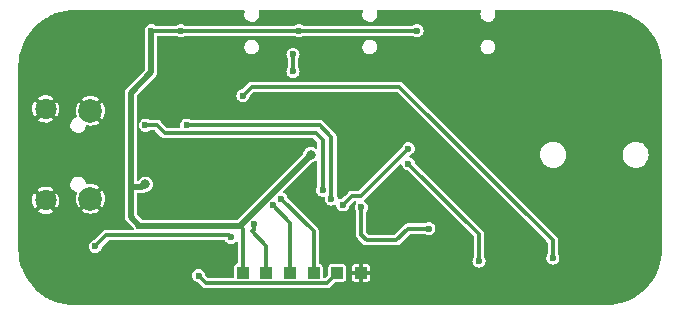
<source format=gbr>
%TF.GenerationSoftware,KiCad,Pcbnew,(6.0.1)*%
%TF.CreationDate,2022-05-26T13:37:06-04:00*%
%TF.ProjectId,microkfd,6d696372-6f6b-4666-942e-6b696361645f,D*%
%TF.SameCoordinates,Original*%
%TF.FileFunction,Copper,L2,Bot*%
%TF.FilePolarity,Positive*%
%FSLAX46Y46*%
G04 Gerber Fmt 4.6, Leading zero omitted, Abs format (unit mm)*
G04 Created by KiCad (PCBNEW (6.0.1)) date 2022-05-26 13:37:06*
%MOMM*%
%LPD*%
G01*
G04 APERTURE LIST*
%TA.AperFunction,ComponentPad*%
%ADD10C,2.000000*%
%TD*%
%TA.AperFunction,ComponentPad*%
%ADD11C,1.800000*%
%TD*%
%TA.AperFunction,SMDPad,CuDef*%
%ADD12R,1.000000X1.000000*%
%TD*%
%TA.AperFunction,ViaPad*%
%ADD13C,0.600000*%
%TD*%
%TA.AperFunction,ViaPad*%
%ADD14C,0.800000*%
%TD*%
%TA.AperFunction,Conductor*%
%ADD15C,0.500000*%
%TD*%
%TA.AperFunction,Conductor*%
%ADD16C,0.375000*%
%TD*%
G04 APERTURE END LIST*
D10*
%TO.P,J1,6,Shield*%
%TO.N,GND*%
X96350000Y-96275000D03*
X96350000Y-103725000D03*
D11*
X92550000Y-96125000D03*
X92550000Y-103875000D03*
%TD*%
D12*
%TO.P,TP1,1,1*%
%TO.N,MOSI*%
X113250000Y-110000000D03*
%TD*%
%TO.P,TP2,1,1*%
%TO.N,SCK*%
X115250000Y-110000000D03*
%TD*%
%TO.P,TP3,1,1*%
%TO.N,MISO*%
X111250000Y-110000000D03*
%TD*%
%TO.P,TP4,1,1*%
%TO.N,RST*%
X117250000Y-110000000D03*
%TD*%
%TO.P,TP5,1,1*%
%TO.N,+5V*%
X109250000Y-110000000D03*
%TD*%
%TO.P,TP6,1,1*%
%TO.N,GND*%
X119250000Y-110000000D03*
%TD*%
D13*
%TO.N,GND*%
X144000000Y-92250000D03*
X140500000Y-88250000D03*
X142500000Y-89000000D03*
X143250000Y-90000000D03*
X143750000Y-91000000D03*
X141500000Y-88500000D03*
X116000000Y-96750000D03*
X111000000Y-90250000D03*
X139000000Y-112250000D03*
X120250000Y-106250000D03*
X142250000Y-111500000D03*
X141250000Y-112000000D03*
X106000000Y-112250000D03*
X121250000Y-106250000D03*
X119000000Y-97500000D03*
X106250000Y-93250000D03*
X132000000Y-112250000D03*
X93500000Y-88500000D03*
X144000000Y-100500000D03*
X140000000Y-112250000D03*
X137000000Y-112250000D03*
X134000000Y-112250000D03*
X137500000Y-88250000D03*
X117500000Y-96000000D03*
X114500000Y-96000000D03*
X119000000Y-99500000D03*
X100250000Y-107500000D03*
X134500000Y-88250000D03*
X105250000Y-93250000D03*
X143750000Y-109750000D03*
X130000000Y-112250000D03*
X119000000Y-101500000D03*
X91000000Y-107250000D03*
X107250000Y-93250000D03*
X121000000Y-90250000D03*
X112750000Y-99250000D03*
X131000000Y-90250000D03*
X104000000Y-112250000D03*
X108000000Y-112250000D03*
X144000000Y-99500000D03*
X113500000Y-96000000D03*
X127000000Y-112250000D03*
X144000000Y-107500000D03*
X91000000Y-108250000D03*
X119000000Y-100500000D03*
X128000000Y-112250000D03*
X91000000Y-101500000D03*
X121250000Y-105250000D03*
X105000000Y-112250000D03*
X111250000Y-100000000D03*
X96250000Y-93500000D03*
X91000000Y-99500000D03*
X144000000Y-102500000D03*
X114000000Y-96750000D03*
X144000000Y-106500000D03*
X99000000Y-112250000D03*
X97500000Y-93500000D03*
X116500000Y-96000000D03*
X102500000Y-102250000D03*
X102500000Y-88250000D03*
X91250000Y-109500000D03*
X103500000Y-88250000D03*
X120250000Y-105250000D03*
X135000000Y-112250000D03*
X139500000Y-88250000D03*
X122000000Y-112250000D03*
X107000000Y-112250000D03*
X144000000Y-93500000D03*
X144000000Y-108750000D03*
X144000000Y-105500000D03*
X118250000Y-99000000D03*
X103250000Y-93250000D03*
X104250000Y-93250000D03*
X121000000Y-112250000D03*
X118250000Y-100000000D03*
X92500000Y-89000000D03*
X104500000Y-102250000D03*
X144000000Y-103500000D03*
X133000000Y-112250000D03*
X95500000Y-88250000D03*
X94750000Y-100750000D03*
X125000000Y-112250000D03*
X91750000Y-89750000D03*
X109000000Y-90250000D03*
X91000000Y-91750000D03*
X102000000Y-112250000D03*
X91000000Y-106250000D03*
X138500000Y-88250000D03*
X91250000Y-90750000D03*
X103000000Y-101500000D03*
X123000000Y-112250000D03*
X135500000Y-88250000D03*
X94500000Y-88250000D03*
X131000000Y-112250000D03*
X101500000Y-88250000D03*
X98750000Y-93500000D03*
X144000000Y-104500000D03*
X129000000Y-90250000D03*
X119000000Y-112250000D03*
X126000000Y-112250000D03*
X118250000Y-101000000D03*
X115500000Y-96000000D03*
X105500000Y-102250000D03*
X124000000Y-112250000D03*
X119000000Y-90250000D03*
X96000000Y-112250000D03*
X105000000Y-101500000D03*
X118250000Y-98000000D03*
X91000000Y-102500000D03*
X91000000Y-93750000D03*
X118250000Y-102000000D03*
X129000000Y-112250000D03*
X104000000Y-101500000D03*
X91000000Y-97500000D03*
X136000000Y-112250000D03*
X101000000Y-112250000D03*
X103000000Y-112250000D03*
X91000000Y-92750000D03*
X119000000Y-98500000D03*
X143250000Y-110750000D03*
X138000000Y-112250000D03*
X109000000Y-112250000D03*
X94750000Y-103750000D03*
X117000000Y-96750000D03*
X91000000Y-100500000D03*
X100000000Y-112250000D03*
X91000000Y-98500000D03*
X110750000Y-99250000D03*
X96500000Y-88250000D03*
X115000000Y-96750000D03*
X97000000Y-112250000D03*
X111750000Y-93000000D03*
X136500000Y-88250000D03*
X144000000Y-98500000D03*
X120000000Y-112250000D03*
X98000000Y-112250000D03*
X111750000Y-99250000D03*
X144000000Y-101500000D03*
X103500000Y-102250000D03*
X95000000Y-112250000D03*
X112250000Y-100000000D03*
%TO.N,+5V*%
X124000000Y-89500000D03*
X114000000Y-89500000D03*
X101500000Y-89500000D03*
X100500000Y-106000000D03*
D14*
X115000000Y-100000000D03*
X101000000Y-102500000D03*
D13*
X104000000Y-89500000D03*
%TO.N,I2C_SDA*%
X116750000Y-103750000D03*
X104500000Y-97500000D03*
%TO.N,I2C_SCL*%
X116000000Y-103000000D03*
X101000000Y-97500000D03*
%TO.N,DATA_IN*%
X123250000Y-99500000D03*
X117725000Y-104250000D03*
%TO.N,SENSE_IN*%
X119273954Y-104450499D03*
X125000000Y-106250000D03*
%TO.N,SW_ENT*%
X113500000Y-91500000D03*
X113500000Y-92937000D03*
%TO.N,LED_PWR*%
X108250000Y-107000000D03*
X96750000Y-107750000D03*
%TO.N,LED_SNS*%
X129250000Y-109000000D03*
X123250000Y-100750000D03*
%TO.N,LED_ACT*%
X109250000Y-95000000D03*
X135500000Y-108750000D03*
%TO.N,MISO*%
X110155331Y-105905331D03*
%TO.N,SCK*%
X112477168Y-103727168D03*
%TO.N,MOSI*%
X111780331Y-104280331D03*
%TO.N,RST*%
X105500000Y-110250000D03*
%TD*%
D15*
%TO.N,+5V*%
X101500000Y-93000000D02*
X99750000Y-94750000D01*
X109000000Y-106000000D02*
X115000000Y-100000000D01*
X99750000Y-94750000D02*
X99750000Y-102750000D01*
X99750000Y-105250000D02*
X100500000Y-106000000D01*
X99750000Y-102750000D02*
X100750000Y-102750000D01*
D16*
X114000000Y-89500000D02*
X124000000Y-89500000D01*
X109250000Y-106250000D02*
X109000000Y-106000000D01*
X104500000Y-89500000D02*
X114000000Y-89500000D01*
D15*
X100750000Y-102750000D02*
X101000000Y-102500000D01*
D16*
X104500000Y-89500000D02*
X101500000Y-89500000D01*
D15*
X99750000Y-102750000D02*
X99750000Y-105250000D01*
D16*
X109250000Y-110000000D02*
X109250000Y-106250000D01*
D15*
X101500000Y-89500000D02*
X101500000Y-93000000D01*
X100500000Y-106000000D02*
X109000000Y-106000000D01*
D16*
%TO.N,I2C_SDA*%
X116750000Y-103750000D02*
X116750000Y-98500000D01*
X116750000Y-98500000D02*
X115750000Y-97500000D01*
X115750000Y-97500000D02*
X104500000Y-97500000D01*
%TO.N,I2C_SCL*%
X102687501Y-98187501D02*
X102000000Y-97500000D01*
X116000000Y-98750000D02*
X115437501Y-98187501D01*
X102000000Y-97500000D02*
X101000000Y-97500000D01*
X115437501Y-98187501D02*
X102687501Y-98187501D01*
X116000000Y-103000000D02*
X116000000Y-98750000D01*
%TO.N,DATA_IN*%
X118475000Y-103500000D02*
X117725000Y-104250000D01*
X119250000Y-103500000D02*
X118475000Y-103500000D01*
X123250000Y-99500000D02*
X119250000Y-103500000D01*
%TO.N,SENSE_IN*%
X119750000Y-107250000D02*
X119273954Y-106773954D01*
X123250000Y-106250000D02*
X122250000Y-107250000D01*
X119273954Y-106773954D02*
X119273954Y-104450499D01*
X125000000Y-106250000D02*
X123250000Y-106250000D01*
X122250000Y-107250000D02*
X119750000Y-107250000D01*
%TO.N,SW_ENT*%
X113500000Y-91500000D02*
X113500000Y-92937000D01*
%TO.N,LED_PWR*%
X108062499Y-106812499D02*
X108250000Y-107000000D01*
X97687501Y-106812499D02*
X108062499Y-106812499D01*
X96750000Y-107750000D02*
X97687501Y-106812499D01*
%TO.N,LED_SNS*%
X129250000Y-106750000D02*
X129250000Y-109000000D01*
X123250000Y-100750000D02*
X129250000Y-106750000D01*
%TO.N,LED_ACT*%
X122500000Y-94250000D02*
X135500000Y-107250000D01*
X109250000Y-95000000D02*
X110000000Y-94250000D01*
X110000000Y-94250000D02*
X122500000Y-94250000D01*
X135500000Y-107250000D02*
X135500000Y-108750000D01*
%TO.N,MISO*%
X110155331Y-106344669D02*
X110000000Y-106500000D01*
X110155331Y-105905331D02*
X110155331Y-106344669D01*
X111250000Y-110000000D02*
X111250000Y-107750000D01*
X111250000Y-107750000D02*
X110000000Y-106500000D01*
%TO.N,SCK*%
X115250000Y-110000000D02*
X115250000Y-106500000D01*
X115250000Y-106500000D02*
X112477168Y-103727168D01*
%TO.N,MOSI*%
X113250000Y-110000000D02*
X113250000Y-105750000D01*
X113250000Y-105750000D02*
X111780331Y-104280331D01*
%TO.N,RST*%
X116362499Y-110887501D02*
X106137501Y-110887501D01*
X117250000Y-110000000D02*
X116362499Y-110887501D01*
X106137501Y-110887501D02*
X105500000Y-110250000D01*
%TD*%
%TA.AperFunction,Conductor*%
%TO.N,GND*%
G36*
X109387361Y-87768907D02*
G01*
X109423325Y-87818407D01*
X109423325Y-87879593D01*
X109418748Y-87891152D01*
X109403037Y-87924540D01*
X109400386Y-87930174D01*
X109370773Y-88085412D01*
X109380696Y-88243138D01*
X109429533Y-88393441D01*
X109432871Y-88398701D01*
X109432872Y-88398703D01*
X109510877Y-88521619D01*
X109514214Y-88526877D01*
X109629418Y-88635062D01*
X109634881Y-88638065D01*
X109634882Y-88638066D01*
X109762450Y-88708197D01*
X109762454Y-88708198D01*
X109767908Y-88711197D01*
X109773934Y-88712744D01*
X109773936Y-88712745D01*
X109914946Y-88748951D01*
X109914950Y-88748952D01*
X109920981Y-88750500D01*
X110039350Y-88750500D01*
X110156792Y-88735664D01*
X110303732Y-88677486D01*
X110394330Y-88611663D01*
X110426551Y-88588253D01*
X110426552Y-88588252D01*
X110431587Y-88584594D01*
X110435553Y-88579800D01*
X110435556Y-88579797D01*
X110528354Y-88467622D01*
X110532324Y-88462823D01*
X110599614Y-88319826D01*
X110629227Y-88164588D01*
X110619304Y-88006862D01*
X110577951Y-87879592D01*
X110577950Y-87818408D01*
X110613914Y-87768908D01*
X110672105Y-87750000D01*
X119329170Y-87750000D01*
X119387361Y-87768907D01*
X119423325Y-87818407D01*
X119423325Y-87879593D01*
X119418748Y-87891152D01*
X119403037Y-87924540D01*
X119400386Y-87930174D01*
X119370773Y-88085412D01*
X119380696Y-88243138D01*
X119429533Y-88393441D01*
X119432871Y-88398701D01*
X119432872Y-88398703D01*
X119510877Y-88521619D01*
X119514214Y-88526877D01*
X119629418Y-88635062D01*
X119634881Y-88638065D01*
X119634882Y-88638066D01*
X119762450Y-88708197D01*
X119762454Y-88708198D01*
X119767908Y-88711197D01*
X119773934Y-88712744D01*
X119773936Y-88712745D01*
X119914946Y-88748951D01*
X119914950Y-88748952D01*
X119920981Y-88750500D01*
X120039350Y-88750500D01*
X120156792Y-88735664D01*
X120303732Y-88677486D01*
X120394330Y-88611663D01*
X120426551Y-88588253D01*
X120426552Y-88588252D01*
X120431587Y-88584594D01*
X120435553Y-88579800D01*
X120435556Y-88579797D01*
X120528354Y-88467622D01*
X120532324Y-88462823D01*
X120599614Y-88319826D01*
X120629227Y-88164588D01*
X120619304Y-88006862D01*
X120577951Y-87879592D01*
X120577950Y-87818408D01*
X120613914Y-87768908D01*
X120672105Y-87750000D01*
X129329170Y-87750000D01*
X129387361Y-87768907D01*
X129423325Y-87818407D01*
X129423325Y-87879593D01*
X129418748Y-87891152D01*
X129403037Y-87924540D01*
X129400386Y-87930174D01*
X129370773Y-88085412D01*
X129380696Y-88243138D01*
X129429533Y-88393441D01*
X129432871Y-88398701D01*
X129432872Y-88398703D01*
X129510877Y-88521619D01*
X129514214Y-88526877D01*
X129629418Y-88635062D01*
X129634881Y-88638065D01*
X129634882Y-88638066D01*
X129762450Y-88708197D01*
X129762454Y-88708198D01*
X129767908Y-88711197D01*
X129773934Y-88712744D01*
X129773936Y-88712745D01*
X129914946Y-88748951D01*
X129914950Y-88748952D01*
X129920981Y-88750500D01*
X130039350Y-88750500D01*
X130156792Y-88735664D01*
X130303732Y-88677486D01*
X130394330Y-88611663D01*
X130426551Y-88588253D01*
X130426552Y-88588252D01*
X130431587Y-88584594D01*
X130435553Y-88579800D01*
X130435556Y-88579797D01*
X130528354Y-88467622D01*
X130532324Y-88462823D01*
X130599614Y-88319826D01*
X130629227Y-88164588D01*
X130619304Y-88006862D01*
X130577951Y-87879592D01*
X130577950Y-87818408D01*
X130613914Y-87768908D01*
X130672105Y-87750000D01*
X139965624Y-87750000D01*
X139984938Y-87751902D01*
X140000000Y-87754898D01*
X140009563Y-87752996D01*
X140011286Y-87752996D01*
X140032114Y-87751403D01*
X140409674Y-87767887D01*
X140418278Y-87768640D01*
X140820545Y-87821599D01*
X140829051Y-87823099D01*
X141225168Y-87910916D01*
X141233509Y-87913151D01*
X141620481Y-88035163D01*
X141628583Y-88038111D01*
X141907585Y-88153678D01*
X142003446Y-88193385D01*
X142011273Y-88197035D01*
X142371171Y-88384386D01*
X142378631Y-88388692D01*
X142691878Y-88588253D01*
X142720848Y-88606709D01*
X142727922Y-88611663D01*
X143049815Y-88858660D01*
X143056419Y-88864201D01*
X143355578Y-89138330D01*
X143361670Y-89144422D01*
X143635799Y-89443581D01*
X143641338Y-89450183D01*
X143776299Y-89626067D01*
X143888337Y-89772078D01*
X143893290Y-89779151D01*
X144111308Y-90121369D01*
X144115614Y-90128829D01*
X144200453Y-90291803D01*
X144302965Y-90488727D01*
X144306615Y-90496554D01*
X144449548Y-90841623D01*
X144461886Y-90871410D01*
X144464837Y-90879519D01*
X144569069Y-91210099D01*
X144586849Y-91266490D01*
X144589084Y-91274832D01*
X144676901Y-91670949D01*
X144678401Y-91679455D01*
X144731360Y-92081722D01*
X144732113Y-92090326D01*
X144748597Y-92467886D01*
X144747004Y-92488714D01*
X144747004Y-92490437D01*
X144745102Y-92500000D01*
X144747004Y-92509562D01*
X144748098Y-92515062D01*
X144750000Y-92534376D01*
X144750000Y-107965624D01*
X144748098Y-107984938D01*
X144745102Y-108000000D01*
X144747004Y-108009563D01*
X144747004Y-108011286D01*
X144748597Y-108032114D01*
X144732113Y-108409674D01*
X144731360Y-108418278D01*
X144678401Y-108820545D01*
X144676901Y-108829051D01*
X144589084Y-109225168D01*
X144586849Y-109233509D01*
X144508077Y-109483345D01*
X144464840Y-109620474D01*
X144461889Y-109628583D01*
X144389122Y-109804257D01*
X144306615Y-110003446D01*
X144302965Y-110011273D01*
X144115614Y-110371171D01*
X144111308Y-110378631D01*
X143943127Y-110642621D01*
X143893291Y-110720848D01*
X143888337Y-110727922D01*
X143641340Y-111049815D01*
X143635799Y-111056419D01*
X143361670Y-111355578D01*
X143355578Y-111361670D01*
X143056419Y-111635799D01*
X143049815Y-111641340D01*
X142727922Y-111888337D01*
X142720849Y-111893290D01*
X142378631Y-112111308D01*
X142371171Y-112115614D01*
X142070212Y-112272283D01*
X142011273Y-112302965D01*
X142003446Y-112306615D01*
X141628583Y-112461889D01*
X141620481Y-112464837D01*
X141233510Y-112586849D01*
X141225168Y-112589084D01*
X140829051Y-112676901D01*
X140820545Y-112678401D01*
X140418278Y-112731360D01*
X140409674Y-112732113D01*
X140032114Y-112748597D01*
X140011286Y-112747004D01*
X140009563Y-112747004D01*
X140000000Y-112745102D01*
X139990438Y-112747004D01*
X139984938Y-112748098D01*
X139965624Y-112750000D01*
X95034376Y-112750000D01*
X95015062Y-112748098D01*
X95009562Y-112747004D01*
X95000000Y-112745102D01*
X94990437Y-112747004D01*
X94988714Y-112747004D01*
X94967886Y-112748597D01*
X94590326Y-112732113D01*
X94581722Y-112731360D01*
X94179455Y-112678401D01*
X94170949Y-112676901D01*
X93774832Y-112589084D01*
X93766490Y-112586849D01*
X93379519Y-112464837D01*
X93371417Y-112461889D01*
X92996554Y-112306615D01*
X92988727Y-112302965D01*
X92929788Y-112272283D01*
X92628829Y-112115614D01*
X92621369Y-112111308D01*
X92279151Y-111893290D01*
X92272078Y-111888337D01*
X91950185Y-111641340D01*
X91943581Y-111635799D01*
X91644422Y-111361670D01*
X91638330Y-111355578D01*
X91364201Y-111056419D01*
X91358660Y-111049815D01*
X91111663Y-110727922D01*
X91106709Y-110720848D01*
X91056873Y-110642621D01*
X90888692Y-110378631D01*
X90884386Y-110371171D01*
X90697035Y-110011273D01*
X90693385Y-110003446D01*
X90610878Y-109804257D01*
X90538111Y-109628583D01*
X90535160Y-109620474D01*
X90491924Y-109483345D01*
X90413151Y-109233509D01*
X90410916Y-109225168D01*
X90323099Y-108829051D01*
X90321599Y-108820545D01*
X90268640Y-108418278D01*
X90267887Y-108409674D01*
X90251403Y-108032114D01*
X90252996Y-108011286D01*
X90252996Y-108009563D01*
X90254898Y-108000000D01*
X90251902Y-107984938D01*
X90250000Y-107965624D01*
X90250000Y-107750000D01*
X96194750Y-107750000D01*
X96195597Y-107756433D01*
X96198947Y-107781875D01*
X96213670Y-107893709D01*
X96269139Y-108027625D01*
X96357379Y-108142621D01*
X96472375Y-108230861D01*
X96606291Y-108286330D01*
X96612720Y-108287176D01*
X96612722Y-108287177D01*
X96743567Y-108304403D01*
X96750000Y-108305250D01*
X96756433Y-108304403D01*
X96887278Y-108287177D01*
X96887280Y-108287176D01*
X96893709Y-108286330D01*
X97027625Y-108230861D01*
X97142621Y-108142621D01*
X97230861Y-108027625D01*
X97286330Y-107893709D01*
X97291133Y-107857225D01*
X97319282Y-107800144D01*
X97839930Y-107279495D01*
X97894447Y-107251718D01*
X97909934Y-107250499D01*
X107699503Y-107250499D01*
X107757694Y-107269406D01*
X107778045Y-107289232D01*
X107853425Y-107387469D01*
X107853428Y-107387472D01*
X107857379Y-107392621D01*
X107972375Y-107480861D01*
X108106291Y-107536330D01*
X108112720Y-107537176D01*
X108112722Y-107537177D01*
X108222221Y-107551593D01*
X108241896Y-107554183D01*
X108243567Y-107554403D01*
X108250000Y-107555250D01*
X108256433Y-107554403D01*
X108258105Y-107554183D01*
X108277779Y-107551593D01*
X108387278Y-107537177D01*
X108387280Y-107537176D01*
X108393709Y-107536330D01*
X108527625Y-107480861D01*
X108642621Y-107392621D01*
X108644362Y-107390352D01*
X108697513Y-107363271D01*
X108757945Y-107372842D01*
X108801210Y-107416107D01*
X108812000Y-107461052D01*
X108812000Y-109151714D01*
X108793093Y-109209905D01*
X108743593Y-109245869D01*
X108726229Y-109249500D01*
X108725326Y-109249500D01*
X108720557Y-109250449D01*
X108720553Y-109250449D01*
X108666308Y-109261240D01*
X108652260Y-109264034D01*
X108569399Y-109319399D01*
X108514034Y-109402260D01*
X108499500Y-109475326D01*
X108499500Y-110350501D01*
X108480593Y-110408692D01*
X108431093Y-110444656D01*
X108400500Y-110449501D01*
X106359934Y-110449501D01*
X106301743Y-110430594D01*
X106289930Y-110420505D01*
X106069282Y-110199857D01*
X106041133Y-110142775D01*
X106037177Y-110112722D01*
X106037176Y-110112720D01*
X106036330Y-110106291D01*
X105980861Y-109972375D01*
X105892621Y-109857379D01*
X105777625Y-109769139D01*
X105643709Y-109713670D01*
X105637280Y-109712824D01*
X105637278Y-109712823D01*
X105506433Y-109695597D01*
X105500000Y-109694750D01*
X105493567Y-109695597D01*
X105362722Y-109712823D01*
X105362720Y-109712824D01*
X105356291Y-109713670D01*
X105222375Y-109769139D01*
X105107379Y-109857379D01*
X105019139Y-109972375D01*
X104963670Y-110106291D01*
X104962824Y-110112720D01*
X104962823Y-110112722D01*
X104954480Y-110176095D01*
X104944750Y-110250000D01*
X104963670Y-110393709D01*
X105019139Y-110527625D01*
X105107379Y-110642621D01*
X105222375Y-110730861D01*
X105356291Y-110786330D01*
X105362720Y-110787176D01*
X105362722Y-110787177D01*
X105380692Y-110789542D01*
X105392775Y-110791133D01*
X105449856Y-110819282D01*
X105805252Y-111174678D01*
X105812993Y-111183390D01*
X105829701Y-111204584D01*
X105829704Y-111204587D01*
X105834283Y-111210395D01*
X105840370Y-111214602D01*
X105840371Y-111214603D01*
X105881500Y-111243029D01*
X105884031Y-111244837D01*
X105930233Y-111278963D01*
X105936857Y-111281289D01*
X105942631Y-111285280D01*
X105949682Y-111287510D01*
X105949684Y-111287511D01*
X105997388Y-111302598D01*
X106000336Y-111303582D01*
X106047514Y-111320149D01*
X106047518Y-111320150D01*
X106054501Y-111322602D01*
X106060491Y-111322838D01*
X106062826Y-111323293D01*
X106068209Y-111324995D01*
X106074639Y-111325501D01*
X106126330Y-111325501D01*
X106130218Y-111325577D01*
X106186108Y-111327773D01*
X106192731Y-111326017D01*
X106202107Y-111325501D01*
X116330624Y-111325501D01*
X116342260Y-111326187D01*
X116376412Y-111330229D01*
X116432881Y-111319916D01*
X116435928Y-111319409D01*
X116492743Y-111310867D01*
X116499071Y-111307828D01*
X116505977Y-111306567D01*
X116512546Y-111303155D01*
X116512548Y-111303154D01*
X116556950Y-111280089D01*
X116559679Y-111278725D01*
X116611472Y-111253854D01*
X116615876Y-111249783D01*
X116617843Y-111248458D01*
X116622857Y-111245853D01*
X116627762Y-111241664D01*
X116664329Y-111205097D01*
X116667131Y-111202403D01*
X116692662Y-111178802D01*
X116708188Y-111164450D01*
X116711628Y-111158527D01*
X116717894Y-111151532D01*
X117089928Y-110779497D01*
X117144445Y-110751719D01*
X117159932Y-110750500D01*
X117774674Y-110750500D01*
X117847740Y-110735966D01*
X117930601Y-110680601D01*
X117985966Y-110597740D01*
X118000500Y-110524674D01*
X118000500Y-110519766D01*
X118500000Y-110519766D01*
X118500948Y-110529388D01*
X118512603Y-110587983D01*
X118519922Y-110605651D01*
X118564341Y-110672130D01*
X118577870Y-110685659D01*
X118644349Y-110730078D01*
X118662017Y-110737397D01*
X118720612Y-110749052D01*
X118730234Y-110750000D01*
X119046820Y-110750000D01*
X119059505Y-110745878D01*
X119062500Y-110741757D01*
X119062500Y-110734320D01*
X119437500Y-110734320D01*
X119441622Y-110747005D01*
X119445743Y-110750000D01*
X119769766Y-110750000D01*
X119779388Y-110749052D01*
X119837983Y-110737397D01*
X119855651Y-110730078D01*
X119922130Y-110685659D01*
X119935659Y-110672130D01*
X119980078Y-110605651D01*
X119987397Y-110587983D01*
X119999052Y-110529388D01*
X120000000Y-110519766D01*
X120000000Y-110203180D01*
X119995878Y-110190495D01*
X119991757Y-110187500D01*
X119453180Y-110187500D01*
X119440495Y-110191622D01*
X119437500Y-110195743D01*
X119437500Y-110734320D01*
X119062500Y-110734320D01*
X119062500Y-110203180D01*
X119058378Y-110190495D01*
X119054257Y-110187500D01*
X118515680Y-110187500D01*
X118502995Y-110191622D01*
X118500000Y-110195743D01*
X118500000Y-110519766D01*
X118000500Y-110519766D01*
X118000500Y-109796820D01*
X118500000Y-109796820D01*
X118504122Y-109809505D01*
X118508243Y-109812500D01*
X119046820Y-109812500D01*
X119059505Y-109808378D01*
X119062500Y-109804257D01*
X119062500Y-109796820D01*
X119437500Y-109796820D01*
X119441622Y-109809505D01*
X119445743Y-109812500D01*
X119984320Y-109812500D01*
X119997005Y-109808378D01*
X120000000Y-109804257D01*
X120000000Y-109480234D01*
X119999052Y-109470612D01*
X119987397Y-109412017D01*
X119980078Y-109394349D01*
X119935659Y-109327870D01*
X119922130Y-109314341D01*
X119855651Y-109269922D01*
X119837983Y-109262603D01*
X119779388Y-109250948D01*
X119769766Y-109250000D01*
X119453180Y-109250000D01*
X119440495Y-109254122D01*
X119437500Y-109258243D01*
X119437500Y-109796820D01*
X119062500Y-109796820D01*
X119062500Y-109265680D01*
X119058378Y-109252995D01*
X119054257Y-109250000D01*
X118730234Y-109250000D01*
X118720612Y-109250948D01*
X118662017Y-109262603D01*
X118644349Y-109269922D01*
X118577870Y-109314341D01*
X118564341Y-109327870D01*
X118519922Y-109394349D01*
X118512603Y-109412017D01*
X118500948Y-109470612D01*
X118500000Y-109480234D01*
X118500000Y-109796820D01*
X118000500Y-109796820D01*
X118000500Y-109475326D01*
X117985966Y-109402260D01*
X117930601Y-109319399D01*
X117847740Y-109264034D01*
X117774674Y-109249500D01*
X116725326Y-109249500D01*
X116652260Y-109264034D01*
X116569399Y-109319399D01*
X116514034Y-109402260D01*
X116499500Y-109475326D01*
X116499500Y-110090067D01*
X116480593Y-110148258D01*
X116470504Y-110160071D01*
X116210070Y-110420505D01*
X116155553Y-110448282D01*
X116140066Y-110449501D01*
X116099500Y-110449501D01*
X116041309Y-110430594D01*
X116005345Y-110381094D01*
X116000500Y-110350501D01*
X116000500Y-109475326D01*
X115985966Y-109402260D01*
X115930601Y-109319399D01*
X115847740Y-109264034D01*
X115833692Y-109261240D01*
X115779447Y-109250449D01*
X115779443Y-109250449D01*
X115776398Y-109249843D01*
X115776396Y-109249842D01*
X115774674Y-109249500D01*
X115774749Y-109249122D01*
X115721242Y-109225720D01*
X115690301Y-109172934D01*
X115688000Y-109151714D01*
X115688000Y-106531875D01*
X115688686Y-106520239D01*
X115691523Y-106496265D01*
X115692728Y-106486087D01*
X115682415Y-106429618D01*
X115681907Y-106426566D01*
X115681013Y-106420621D01*
X115673366Y-106369756D01*
X115670327Y-106363428D01*
X115669066Y-106356522D01*
X115642588Y-106305549D01*
X115641224Y-106302820D01*
X115616353Y-106251027D01*
X115612280Y-106246621D01*
X115610958Y-106244659D01*
X115608352Y-106239642D01*
X115604163Y-106234738D01*
X115567607Y-106198182D01*
X115564913Y-106195379D01*
X115531975Y-106159747D01*
X115531971Y-106159744D01*
X115526949Y-106154311D01*
X115521026Y-106150870D01*
X115514028Y-106144603D01*
X113046450Y-103677025D01*
X113018301Y-103619943D01*
X113014345Y-103589890D01*
X113014344Y-103589888D01*
X113013498Y-103583459D01*
X112958029Y-103449543D01*
X112869789Y-103334547D01*
X112754793Y-103246307D01*
X112748799Y-103243824D01*
X112748795Y-103243822D01*
X112684295Y-103217106D01*
X112637769Y-103177370D01*
X112623485Y-103117875D01*
X112646900Y-103061347D01*
X112652176Y-103055638D01*
X115032313Y-100675501D01*
X115080215Y-100649004D01*
X115216149Y-100617871D01*
X115216151Y-100617870D01*
X115221968Y-100616538D01*
X115227299Y-100613857D01*
X115357299Y-100548474D01*
X115357301Y-100548473D01*
X115362625Y-100545795D01*
X115398705Y-100514980D01*
X115455233Y-100491565D01*
X115514728Y-100505849D01*
X115554464Y-100552375D01*
X115562000Y-100590260D01*
X115562000Y-102632911D01*
X115541542Y-102693179D01*
X115519139Y-102722375D01*
X115463670Y-102856291D01*
X115462824Y-102862720D01*
X115462823Y-102862722D01*
X115454992Y-102922202D01*
X115444750Y-103000000D01*
X115445597Y-103006433D01*
X115462533Y-103135071D01*
X115463670Y-103143709D01*
X115519139Y-103277625D01*
X115607379Y-103392621D01*
X115722375Y-103480861D01*
X115856291Y-103536330D01*
X115862720Y-103537176D01*
X115862722Y-103537177D01*
X115972221Y-103551593D01*
X115988334Y-103553714D01*
X115993567Y-103554403D01*
X116000000Y-103555250D01*
X116006433Y-103554403D01*
X116006434Y-103554403D01*
X116096361Y-103542564D01*
X116156522Y-103553714D01*
X116198639Y-103598097D01*
X116207436Y-103653639D01*
X116199533Y-103713670D01*
X116194750Y-103750000D01*
X116195597Y-103756433D01*
X116211591Y-103877914D01*
X116213670Y-103893709D01*
X116269139Y-104027625D01*
X116357379Y-104142621D01*
X116472375Y-104230861D01*
X116606291Y-104286330D01*
X116612720Y-104287176D01*
X116612722Y-104287177D01*
X116743567Y-104304403D01*
X116750000Y-104305250D01*
X116756433Y-104304403D01*
X116887278Y-104287177D01*
X116887280Y-104287176D01*
X116893709Y-104286330D01*
X117002440Y-104241293D01*
X117021629Y-104233345D01*
X117021632Y-104233344D01*
X117027625Y-104230861D01*
X117030250Y-104228847D01*
X117088785Y-104216405D01*
X117144680Y-104241293D01*
X117175272Y-104294281D01*
X117176588Y-104301940D01*
X117188670Y-104393709D01*
X117244139Y-104527625D01*
X117332379Y-104642621D01*
X117447375Y-104730861D01*
X117581291Y-104786330D01*
X117587720Y-104787176D01*
X117587722Y-104787177D01*
X117718567Y-104804403D01*
X117725000Y-104805250D01*
X117731433Y-104804403D01*
X117862278Y-104787177D01*
X117862280Y-104787176D01*
X117868709Y-104786330D01*
X118002625Y-104730861D01*
X118117621Y-104642621D01*
X118205861Y-104527625D01*
X118261330Y-104393709D01*
X118266133Y-104357225D01*
X118294282Y-104300144D01*
X118627430Y-103966996D01*
X118681947Y-103939219D01*
X118697434Y-103938000D01*
X118772566Y-103938000D01*
X118830757Y-103956907D01*
X118866721Y-104006407D01*
X118866721Y-104067593D01*
X118851108Y-104097267D01*
X118793093Y-104172874D01*
X118737624Y-104306790D01*
X118736778Y-104313219D01*
X118736777Y-104313221D01*
X118722361Y-104422720D01*
X118718704Y-104450499D01*
X118719551Y-104456932D01*
X118730674Y-104541416D01*
X118737624Y-104594208D01*
X118793093Y-104728124D01*
X118797044Y-104733273D01*
X118815496Y-104757320D01*
X118835954Y-104817588D01*
X118835954Y-106742079D01*
X118835268Y-106753715D01*
X118831226Y-106787867D01*
X118841536Y-106844321D01*
X118842046Y-106847383D01*
X118850588Y-106904198D01*
X118853627Y-106910526D01*
X118854888Y-106917432D01*
X118858300Y-106924001D01*
X118858301Y-106924003D01*
X118881366Y-106968405D01*
X118882730Y-106971134D01*
X118907601Y-107022927D01*
X118911672Y-107027331D01*
X118912997Y-107029298D01*
X118915602Y-107034312D01*
X118919791Y-107039217D01*
X118956358Y-107075784D01*
X118959051Y-107078585D01*
X118997005Y-107119643D01*
X119002926Y-107123082D01*
X119009920Y-107129345D01*
X119417754Y-107537179D01*
X119425489Y-107545885D01*
X119446782Y-107572894D01*
X119452869Y-107577101D01*
X119452870Y-107577102D01*
X119493999Y-107605528D01*
X119496530Y-107607336D01*
X119542732Y-107641462D01*
X119549356Y-107643788D01*
X119555130Y-107647779D01*
X119562181Y-107650009D01*
X119562183Y-107650010D01*
X119609887Y-107665097D01*
X119612835Y-107666081D01*
X119660013Y-107682648D01*
X119660017Y-107682649D01*
X119667000Y-107685101D01*
X119672990Y-107685337D01*
X119675325Y-107685792D01*
X119680708Y-107687494D01*
X119687138Y-107688000D01*
X119738829Y-107688000D01*
X119742717Y-107688076D01*
X119798607Y-107690272D01*
X119805230Y-107688516D01*
X119814606Y-107688000D01*
X122218125Y-107688000D01*
X122229761Y-107688686D01*
X122263913Y-107692728D01*
X122320382Y-107682415D01*
X122323429Y-107681908D01*
X122380244Y-107673366D01*
X122386572Y-107670327D01*
X122393478Y-107669066D01*
X122400047Y-107665654D01*
X122400049Y-107665653D01*
X122444451Y-107642588D01*
X122447180Y-107641224D01*
X122498973Y-107616353D01*
X122503377Y-107612282D01*
X122505344Y-107610957D01*
X122510358Y-107608352D01*
X122515263Y-107604163D01*
X122551830Y-107567596D01*
X122554632Y-107564902D01*
X122590259Y-107531969D01*
X122590261Y-107531967D01*
X122595689Y-107526949D01*
X122599127Y-107521030D01*
X122605391Y-107514035D01*
X123002075Y-107117351D01*
X123402429Y-106716996D01*
X123456946Y-106689219D01*
X123472433Y-106688000D01*
X124632911Y-106688000D01*
X124693179Y-106708458D01*
X124717226Y-106726910D01*
X124722375Y-106730861D01*
X124856291Y-106786330D01*
X124862720Y-106787176D01*
X124862722Y-106787177D01*
X124993567Y-106804403D01*
X125000000Y-106805250D01*
X125006433Y-106804403D01*
X125137278Y-106787177D01*
X125137280Y-106787176D01*
X125143709Y-106786330D01*
X125277625Y-106730861D01*
X125392621Y-106642621D01*
X125480861Y-106527625D01*
X125536330Y-106393709D01*
X125538900Y-106374194D01*
X125554403Y-106256433D01*
X125555250Y-106250000D01*
X125536330Y-106106291D01*
X125480861Y-105972375D01*
X125392621Y-105857379D01*
X125277625Y-105769139D01*
X125143709Y-105713670D01*
X125137280Y-105712824D01*
X125137278Y-105712823D01*
X125006433Y-105695597D01*
X125000000Y-105694750D01*
X124993567Y-105695597D01*
X124862722Y-105712823D01*
X124862720Y-105712824D01*
X124856291Y-105713670D01*
X124722375Y-105769139D01*
X124717226Y-105773090D01*
X124693179Y-105791542D01*
X124632911Y-105812000D01*
X123281875Y-105812000D01*
X123270239Y-105811314D01*
X123268660Y-105811127D01*
X123236087Y-105807272D01*
X123179618Y-105817585D01*
X123176571Y-105818092D01*
X123119756Y-105826634D01*
X123113428Y-105829673D01*
X123106522Y-105830934D01*
X123099953Y-105834346D01*
X123099951Y-105834347D01*
X123055549Y-105857412D01*
X123052820Y-105858776D01*
X123001027Y-105883647D01*
X122996621Y-105887720D01*
X122994659Y-105889042D01*
X122989642Y-105891648D01*
X122984738Y-105895837D01*
X122948182Y-105932393D01*
X122945379Y-105935087D01*
X122909747Y-105968025D01*
X122909744Y-105968029D01*
X122904311Y-105973051D01*
X122900870Y-105978974D01*
X122894603Y-105985972D01*
X122097571Y-106783004D01*
X122043054Y-106810781D01*
X122027567Y-106812000D01*
X119972433Y-106812000D01*
X119914242Y-106793093D01*
X119902429Y-106783004D01*
X119740950Y-106621525D01*
X119713173Y-106567008D01*
X119711954Y-106551521D01*
X119711954Y-104817588D01*
X119732412Y-104757320D01*
X119750864Y-104733273D01*
X119754815Y-104728124D01*
X119810284Y-104594208D01*
X119817235Y-104541416D01*
X119828357Y-104456932D01*
X119829204Y-104450499D01*
X119825547Y-104422720D01*
X119811131Y-104313221D01*
X119811130Y-104313219D01*
X119810284Y-104306790D01*
X119754815Y-104172874D01*
X119666575Y-104057878D01*
X119592778Y-104001251D01*
X119555252Y-103972456D01*
X119520597Y-103922031D01*
X119522199Y-103860867D01*
X119545516Y-103823910D01*
X119551831Y-103817595D01*
X119554634Y-103814901D01*
X119590256Y-103781972D01*
X119590258Y-103781969D01*
X119595689Y-103776949D01*
X119599127Y-103771030D01*
X119605391Y-103764035D01*
X122544034Y-100825392D01*
X122598551Y-100797615D01*
X122658983Y-100807186D01*
X122702248Y-100850451D01*
X122712191Y-100882475D01*
X122713670Y-100893709D01*
X122769139Y-101027625D01*
X122857379Y-101142621D01*
X122972375Y-101230861D01*
X123106291Y-101286330D01*
X123112720Y-101287176D01*
X123112722Y-101287177D01*
X123130692Y-101289542D01*
X123142775Y-101291133D01*
X123199856Y-101319282D01*
X128783004Y-106902430D01*
X128810781Y-106956947D01*
X128812000Y-106972434D01*
X128812000Y-108632911D01*
X128791542Y-108693179D01*
X128769139Y-108722375D01*
X128713670Y-108856291D01*
X128712824Y-108862720D01*
X128712823Y-108862722D01*
X128698407Y-108972221D01*
X128694750Y-109000000D01*
X128713670Y-109143709D01*
X128769139Y-109277625D01*
X128857379Y-109392621D01*
X128972375Y-109480861D01*
X129106291Y-109536330D01*
X129112720Y-109537176D01*
X129112722Y-109537177D01*
X129243567Y-109554403D01*
X129250000Y-109555250D01*
X129256433Y-109554403D01*
X129387278Y-109537177D01*
X129387280Y-109537176D01*
X129393709Y-109536330D01*
X129527625Y-109480861D01*
X129642621Y-109392621D01*
X129730861Y-109277625D01*
X129786330Y-109143709D01*
X129805250Y-109000000D01*
X129801593Y-108972221D01*
X129787177Y-108862722D01*
X129787176Y-108862720D01*
X129786330Y-108856291D01*
X129730861Y-108722375D01*
X129708458Y-108693179D01*
X129688000Y-108632911D01*
X129688000Y-106781875D01*
X129688686Y-106770239D01*
X129688873Y-106768660D01*
X129692728Y-106736087D01*
X129682409Y-106679584D01*
X129681904Y-106676552D01*
X129674467Y-106627078D01*
X129674466Y-106627076D01*
X129673366Y-106619756D01*
X129670327Y-106613428D01*
X129669066Y-106606521D01*
X129642596Y-106555564D01*
X129641207Y-106552785D01*
X129619555Y-106507694D01*
X129619553Y-106507691D01*
X129616353Y-106501027D01*
X129612284Y-106496625D01*
X129610955Y-106494653D01*
X129608352Y-106489642D01*
X129604163Y-106484737D01*
X129567595Y-106448169D01*
X129564901Y-106445366D01*
X129531972Y-106409744D01*
X129531969Y-106409742D01*
X129526949Y-106404311D01*
X129521030Y-106400873D01*
X129514035Y-106394609D01*
X126673140Y-103553714D01*
X123819282Y-100699857D01*
X123791133Y-100642775D01*
X123787177Y-100612722D01*
X123787176Y-100612720D01*
X123786330Y-100606291D01*
X123730861Y-100472375D01*
X123642621Y-100357379D01*
X123527625Y-100269139D01*
X123400454Y-100216464D01*
X123353928Y-100176728D01*
X123339644Y-100117233D01*
X123363058Y-100060705D01*
X123400454Y-100033536D01*
X123527625Y-99980861D01*
X123642621Y-99892621D01*
X123730861Y-99777625D01*
X123786330Y-99643709D01*
X123787373Y-99635793D01*
X123804403Y-99506433D01*
X123805250Y-99500000D01*
X123791133Y-99392774D01*
X123787177Y-99362722D01*
X123787176Y-99362720D01*
X123786330Y-99356291D01*
X123730861Y-99222375D01*
X123642621Y-99107379D01*
X123527625Y-99019139D01*
X123393709Y-98963670D01*
X123387280Y-98962824D01*
X123387278Y-98962823D01*
X123256433Y-98945597D01*
X123250000Y-98944750D01*
X123243567Y-98945597D01*
X123112722Y-98962823D01*
X123112720Y-98962824D01*
X123106291Y-98963670D01*
X122972375Y-99019139D01*
X122857379Y-99107379D01*
X122769139Y-99222375D01*
X122713670Y-99356291D01*
X122709096Y-99391037D01*
X122708867Y-99392774D01*
X122680718Y-99449856D01*
X119097571Y-103033004D01*
X119043054Y-103060781D01*
X119027567Y-103062000D01*
X118506875Y-103062000D01*
X118495239Y-103061314D01*
X118490735Y-103060781D01*
X118461087Y-103057272D01*
X118404618Y-103067585D01*
X118401571Y-103068092D01*
X118344756Y-103076634D01*
X118338428Y-103079673D01*
X118331522Y-103080934D01*
X118324953Y-103084346D01*
X118324951Y-103084347D01*
X118280549Y-103107412D01*
X118277820Y-103108776D01*
X118226027Y-103133647D01*
X118221623Y-103137718D01*
X118219656Y-103139043D01*
X118214642Y-103141648D01*
X118209737Y-103145837D01*
X118173170Y-103182404D01*
X118170369Y-103185097D01*
X118129311Y-103223051D01*
X118125871Y-103228974D01*
X118119605Y-103235969D01*
X117888349Y-103467226D01*
X117674858Y-103680717D01*
X117617776Y-103708867D01*
X117600291Y-103711169D01*
X117587723Y-103712823D01*
X117587722Y-103712823D01*
X117581291Y-103713670D01*
X117543535Y-103729309D01*
X117453371Y-103766655D01*
X117453368Y-103766656D01*
X117447375Y-103769139D01*
X117444750Y-103771153D01*
X117386215Y-103783595D01*
X117330320Y-103758707D01*
X117299728Y-103705719D01*
X117298412Y-103698060D01*
X117294592Y-103669048D01*
X117286330Y-103606291D01*
X117230861Y-103472375D01*
X117208458Y-103443179D01*
X117188000Y-103382911D01*
X117188000Y-98531875D01*
X117188686Y-98520239D01*
X117189851Y-98510395D01*
X117192728Y-98486087D01*
X117182415Y-98429618D01*
X117181907Y-98426566D01*
X117174466Y-98377074D01*
X117173366Y-98369756D01*
X117170327Y-98363428D01*
X117169066Y-98356522D01*
X117142588Y-98305549D01*
X117141224Y-98302820D01*
X117116353Y-98251027D01*
X117112280Y-98246621D01*
X117110958Y-98244659D01*
X117108352Y-98239642D01*
X117104163Y-98234738D01*
X117067607Y-98198182D01*
X117064913Y-98195379D01*
X117031975Y-98159747D01*
X117031971Y-98159744D01*
X117026949Y-98154311D01*
X117021026Y-98150870D01*
X117014028Y-98144603D01*
X116082250Y-97212825D01*
X116074508Y-97204112D01*
X116057799Y-97182917D01*
X116053218Y-97177106D01*
X116005998Y-97144470D01*
X116003467Y-97142662D01*
X115996405Y-97137446D01*
X115957269Y-97108539D01*
X115950646Y-97106213D01*
X115944870Y-97102221D01*
X115937817Y-97099990D01*
X115937814Y-97099989D01*
X115890126Y-97084908D01*
X115887174Y-97083923D01*
X115839985Y-97067351D01*
X115839979Y-97067350D01*
X115833000Y-97064899D01*
X115827013Y-97064663D01*
X115824673Y-97064207D01*
X115819292Y-97062506D01*
X115812862Y-97062000D01*
X115761171Y-97062000D01*
X115757284Y-97061924D01*
X115756081Y-97061877D01*
X115701393Y-97059728D01*
X115694770Y-97061484D01*
X115685394Y-97062000D01*
X104867089Y-97062000D01*
X104806821Y-97041542D01*
X104782774Y-97023090D01*
X104777625Y-97019139D01*
X104643709Y-96963670D01*
X104637280Y-96962824D01*
X104637278Y-96962823D01*
X104506433Y-96945597D01*
X104500000Y-96944750D01*
X104493567Y-96945597D01*
X104362722Y-96962823D01*
X104362720Y-96962824D01*
X104356291Y-96963670D01*
X104222375Y-97019139D01*
X104107379Y-97107379D01*
X104019139Y-97222375D01*
X103963670Y-97356291D01*
X103944750Y-97500000D01*
X103945597Y-97506433D01*
X103962863Y-97637579D01*
X103951713Y-97697739D01*
X103907331Y-97739857D01*
X103864710Y-97749501D01*
X102909935Y-97749501D01*
X102851744Y-97730594D01*
X102839931Y-97720505D01*
X102332249Y-97212823D01*
X102324508Y-97204111D01*
X102307800Y-97182917D01*
X102307797Y-97182914D01*
X102303218Y-97177106D01*
X102255998Y-97144470D01*
X102253467Y-97142662D01*
X102246405Y-97137446D01*
X102207269Y-97108539D01*
X102200646Y-97106213D01*
X102194870Y-97102221D01*
X102187817Y-97099990D01*
X102187814Y-97099989D01*
X102140126Y-97084908D01*
X102137174Y-97083923D01*
X102089985Y-97067351D01*
X102089979Y-97067350D01*
X102083000Y-97064899D01*
X102077013Y-97064663D01*
X102074673Y-97064207D01*
X102069292Y-97062506D01*
X102062862Y-97062000D01*
X102011171Y-97062000D01*
X102007284Y-97061924D01*
X102006081Y-97061877D01*
X101951393Y-97059728D01*
X101944770Y-97061484D01*
X101935394Y-97062000D01*
X101367089Y-97062000D01*
X101306821Y-97041542D01*
X101282774Y-97023090D01*
X101277625Y-97019139D01*
X101143709Y-96963670D01*
X101137280Y-96962824D01*
X101137278Y-96962823D01*
X101006433Y-96945597D01*
X101000000Y-96944750D01*
X100993567Y-96945597D01*
X100862722Y-96962823D01*
X100862720Y-96962824D01*
X100856291Y-96963670D01*
X100722375Y-97019139D01*
X100607379Y-97107379D01*
X100519139Y-97222375D01*
X100463670Y-97356291D01*
X100462824Y-97362720D01*
X100462823Y-97362722D01*
X100447653Y-97477950D01*
X100438073Y-97498036D01*
X100447653Y-97522050D01*
X100463670Y-97643709D01*
X100519139Y-97777625D01*
X100607379Y-97892621D01*
X100722375Y-97980861D01*
X100856291Y-98036330D01*
X100862720Y-98037176D01*
X100862722Y-98037177D01*
X100993567Y-98054403D01*
X101000000Y-98055250D01*
X101006433Y-98054403D01*
X101137278Y-98037177D01*
X101137280Y-98037176D01*
X101143709Y-98036330D01*
X101277625Y-97980861D01*
X101306821Y-97958458D01*
X101367089Y-97938000D01*
X101777566Y-97938000D01*
X101835757Y-97956907D01*
X101847570Y-97966996D01*
X102355255Y-98474681D01*
X102362997Y-98483394D01*
X102379703Y-98504586D01*
X102379705Y-98504588D01*
X102384283Y-98510395D01*
X102390366Y-98514599D01*
X102390372Y-98514605D01*
X102431519Y-98543044D01*
X102434047Y-98544850D01*
X102480232Y-98578962D01*
X102486855Y-98581288D01*
X102492631Y-98585280D01*
X102499684Y-98587511D01*
X102499687Y-98587512D01*
X102547375Y-98602593D01*
X102550327Y-98603578D01*
X102597514Y-98620149D01*
X102597518Y-98620150D01*
X102604501Y-98622602D01*
X102610485Y-98622837D01*
X102612830Y-98623294D01*
X102618209Y-98624995D01*
X102624639Y-98625501D01*
X102676346Y-98625501D01*
X102680232Y-98625577D01*
X102728713Y-98627482D01*
X102728716Y-98627482D01*
X102736107Y-98627772D01*
X102742727Y-98626017D01*
X102752098Y-98625501D01*
X115215068Y-98625501D01*
X115273259Y-98644408D01*
X115285071Y-98654497D01*
X115533003Y-98902428D01*
X115560781Y-98956945D01*
X115562000Y-98972432D01*
X115562000Y-99408642D01*
X115543093Y-99466833D01*
X115493593Y-99502797D01*
X115432407Y-99502797D01*
X115397142Y-99482559D01*
X115378430Y-99465887D01*
X115378428Y-99465886D01*
X115373976Y-99461919D01*
X115351193Y-99449856D01*
X115240105Y-99391037D01*
X115240102Y-99391036D01*
X115234831Y-99388245D01*
X115133219Y-99362722D01*
X115087918Y-99351343D01*
X115087915Y-99351343D01*
X115082128Y-99349889D01*
X115002564Y-99349473D01*
X114930650Y-99349096D01*
X114930648Y-99349096D01*
X114924684Y-99349065D01*
X114771588Y-99385820D01*
X114727371Y-99408642D01*
X114636985Y-99455293D01*
X114636983Y-99455295D01*
X114631679Y-99458032D01*
X114513034Y-99561533D01*
X114422501Y-99690348D01*
X114365309Y-99837039D01*
X114364531Y-99842950D01*
X114364530Y-99842953D01*
X114356075Y-99907179D01*
X114327926Y-99964261D01*
X108821682Y-105470504D01*
X108767165Y-105498281D01*
X108751678Y-105499500D01*
X100749903Y-105499500D01*
X100712020Y-105491965D01*
X100709314Y-105490844D01*
X100677200Y-105469386D01*
X100279496Y-105071682D01*
X100251719Y-105017165D01*
X100250500Y-105001678D01*
X100250500Y-103349500D01*
X100269407Y-103291309D01*
X100318907Y-103255345D01*
X100349500Y-103250500D01*
X100682834Y-103250500D01*
X100695535Y-103251919D01*
X100695537Y-103251897D01*
X100702569Y-103252463D01*
X100709447Y-103254019D01*
X100763101Y-103250690D01*
X100769233Y-103250500D01*
X100785940Y-103250500D01*
X100789427Y-103250001D01*
X100789435Y-103250000D01*
X100797121Y-103248899D01*
X100805024Y-103248089D01*
X100845501Y-103245578D01*
X100845504Y-103245577D01*
X100852538Y-103245141D01*
X100859167Y-103242748D01*
X100859171Y-103242747D01*
X100862187Y-103241658D01*
X100881763Y-103236777D01*
X100882955Y-103236606D01*
X100884936Y-103236323D01*
X100884937Y-103236323D01*
X100891918Y-103235323D01*
X100898337Y-103232404D01*
X100898342Y-103232403D01*
X100935257Y-103215619D01*
X100942615Y-103212623D01*
X100956810Y-103207498D01*
X100987387Y-103196460D01*
X100995672Y-103190408D01*
X101013086Y-103180232D01*
X101022428Y-103175984D01*
X101027771Y-103171380D01*
X101033713Y-103167580D01*
X101034795Y-103169273D01*
X101069128Y-103154453D01*
X101068495Y-103151688D01*
X101216149Y-103117871D01*
X101216151Y-103117870D01*
X101221968Y-103116538D01*
X101227299Y-103113857D01*
X101357299Y-103048474D01*
X101357301Y-103048473D01*
X101362625Y-103045795D01*
X101482348Y-102943542D01*
X101550733Y-102848374D01*
X101570740Y-102820532D01*
X101570741Y-102820530D01*
X101574224Y-102815683D01*
X101586788Y-102784431D01*
X101630726Y-102675131D01*
X101630727Y-102675129D01*
X101632950Y-102669598D01*
X101637047Y-102640815D01*
X101654678Y-102516929D01*
X101654678Y-102516925D01*
X101655134Y-102513723D01*
X101655278Y-102500000D01*
X101641162Y-102383352D01*
X101637080Y-102349616D01*
X101637079Y-102349613D01*
X101636363Y-102343694D01*
X101580710Y-102196412D01*
X101491531Y-102066657D01*
X101487078Y-102062690D01*
X101487075Y-102062686D01*
X101382543Y-101969552D01*
X101373976Y-101961919D01*
X101361462Y-101955293D01*
X101240105Y-101891037D01*
X101240102Y-101891036D01*
X101234831Y-101888245D01*
X101151134Y-101867222D01*
X101087918Y-101851343D01*
X101087915Y-101851343D01*
X101082128Y-101849889D01*
X101002564Y-101849473D01*
X100930650Y-101849096D01*
X100930648Y-101849096D01*
X100924684Y-101849065D01*
X100771588Y-101885820D01*
X100699281Y-101923140D01*
X100636985Y-101955293D01*
X100636983Y-101955295D01*
X100631679Y-101958032D01*
X100513034Y-102061533D01*
X100509605Y-102066412D01*
X100430497Y-102178971D01*
X100381568Y-102215707D01*
X100320390Y-102216668D01*
X100270331Y-102181487D01*
X100250500Y-102122045D01*
X100250500Y-97534972D01*
X100260470Y-97504286D01*
X100250500Y-97465028D01*
X100250500Y-95000000D01*
X108694750Y-95000000D01*
X108695597Y-95006433D01*
X108700070Y-95040405D01*
X108713670Y-95143709D01*
X108769139Y-95277625D01*
X108857379Y-95392621D01*
X108972375Y-95480861D01*
X109106291Y-95536330D01*
X109112720Y-95537176D01*
X109112722Y-95537177D01*
X109243567Y-95554403D01*
X109250000Y-95555250D01*
X109256433Y-95554403D01*
X109387278Y-95537177D01*
X109387280Y-95537176D01*
X109393709Y-95536330D01*
X109527625Y-95480861D01*
X109642621Y-95392621D01*
X109730861Y-95277625D01*
X109786330Y-95143709D01*
X109791133Y-95107225D01*
X109819282Y-95050144D01*
X110152430Y-94716996D01*
X110206947Y-94689219D01*
X110222434Y-94688000D01*
X122277566Y-94688000D01*
X122335757Y-94706907D01*
X122347570Y-94716996D01*
X135033004Y-107402430D01*
X135060781Y-107456947D01*
X135062000Y-107472434D01*
X135062000Y-108382911D01*
X135041542Y-108443179D01*
X135019139Y-108472375D01*
X134963670Y-108606291D01*
X134944750Y-108750000D01*
X134945597Y-108756433D01*
X134957955Y-108850297D01*
X134963670Y-108893709D01*
X135019139Y-109027625D01*
X135107379Y-109142621D01*
X135222375Y-109230861D01*
X135356291Y-109286330D01*
X135362720Y-109287176D01*
X135362722Y-109287177D01*
X135493567Y-109304403D01*
X135500000Y-109305250D01*
X135506433Y-109304403D01*
X135637278Y-109287177D01*
X135637280Y-109287176D01*
X135643709Y-109286330D01*
X135777625Y-109230861D01*
X135892621Y-109142621D01*
X135980861Y-109027625D01*
X136036330Y-108893709D01*
X136042046Y-108850297D01*
X136054403Y-108756433D01*
X136055250Y-108750000D01*
X136036330Y-108606291D01*
X135980861Y-108472375D01*
X135958458Y-108443179D01*
X135938000Y-108382911D01*
X135938000Y-107281875D01*
X135938686Y-107270239D01*
X135941858Y-107243435D01*
X135942728Y-107236087D01*
X135932409Y-107179584D01*
X135931904Y-107176552D01*
X135924467Y-107127078D01*
X135924466Y-107127076D01*
X135923366Y-107119756D01*
X135920327Y-107113428D01*
X135919066Y-107106521D01*
X135903100Y-107075784D01*
X135892597Y-107055566D01*
X135891207Y-107052785D01*
X135869555Y-107007694D01*
X135869553Y-107007691D01*
X135866353Y-107001027D01*
X135862284Y-106996625D01*
X135860955Y-106994653D01*
X135858352Y-106989642D01*
X135854163Y-106984737D01*
X135817595Y-106948169D01*
X135814901Y-106945366D01*
X135781972Y-106909744D01*
X135781969Y-106909742D01*
X135776949Y-106904311D01*
X135771030Y-106900873D01*
X135764035Y-106894609D01*
X128815421Y-99945996D01*
X134395814Y-99945996D01*
X134405523Y-100155767D01*
X134406628Y-100160351D01*
X134453160Y-100353428D01*
X134454724Y-100359918D01*
X134541640Y-100551081D01*
X134663137Y-100722360D01*
X134741127Y-100797019D01*
X134811427Y-100864317D01*
X134811431Y-100864320D01*
X134814831Y-100867575D01*
X134991246Y-100981485D01*
X134995623Y-100983249D01*
X135105734Y-101027625D01*
X135186019Y-101059981D01*
X135190643Y-101060884D01*
X135388627Y-101099548D01*
X135388634Y-101099549D01*
X135392122Y-101100230D01*
X135397643Y-101100500D01*
X135552469Y-101100500D01*
X135648540Y-101091334D01*
X135704353Y-101086009D01*
X135704355Y-101086009D01*
X135709046Y-101085561D01*
X135910549Y-101026447D01*
X136097239Y-100930295D01*
X136262379Y-100800576D01*
X136400010Y-100641971D01*
X136505166Y-100460201D01*
X136540872Y-100357379D01*
X136572509Y-100266273D01*
X136572510Y-100266271D01*
X136574053Y-100261826D01*
X136595018Y-100117233D01*
X136603509Y-100058674D01*
X136603509Y-100058673D01*
X136604186Y-100054004D01*
X136599187Y-99945996D01*
X141395814Y-99945996D01*
X141405523Y-100155767D01*
X141406628Y-100160351D01*
X141453160Y-100353428D01*
X141454724Y-100359918D01*
X141541640Y-100551081D01*
X141663137Y-100722360D01*
X141741127Y-100797019D01*
X141811427Y-100864317D01*
X141811431Y-100864320D01*
X141814831Y-100867575D01*
X141991246Y-100981485D01*
X141995623Y-100983249D01*
X142105734Y-101027625D01*
X142186019Y-101059981D01*
X142190643Y-101060884D01*
X142388627Y-101099548D01*
X142388634Y-101099549D01*
X142392122Y-101100230D01*
X142397643Y-101100500D01*
X142552469Y-101100500D01*
X142648540Y-101091334D01*
X142704353Y-101086009D01*
X142704355Y-101086009D01*
X142709046Y-101085561D01*
X142910549Y-101026447D01*
X143097239Y-100930295D01*
X143262379Y-100800576D01*
X143400010Y-100641971D01*
X143505166Y-100460201D01*
X143540872Y-100357379D01*
X143572509Y-100266273D01*
X143572510Y-100266271D01*
X143574053Y-100261826D01*
X143595018Y-100117233D01*
X143603509Y-100058674D01*
X143603509Y-100058673D01*
X143604186Y-100054004D01*
X143597390Y-99907179D01*
X143594695Y-99848941D01*
X143594695Y-99848940D01*
X143594477Y-99844233D01*
X143570040Y-99742836D01*
X143546381Y-99644665D01*
X143546379Y-99644660D01*
X143545276Y-99640082D01*
X143511781Y-99566412D01*
X143466075Y-99465887D01*
X143458360Y-99448919D01*
X143336863Y-99277640D01*
X143252115Y-99196512D01*
X143188573Y-99135683D01*
X143188569Y-99135680D01*
X143185169Y-99132425D01*
X143008754Y-99018515D01*
X142902539Y-98975709D01*
X142818356Y-98941782D01*
X142818354Y-98941781D01*
X142813981Y-98940019D01*
X142769974Y-98931425D01*
X142611373Y-98900452D01*
X142611366Y-98900451D01*
X142607878Y-98899770D01*
X142602357Y-98899500D01*
X142447531Y-98899500D01*
X142351460Y-98908666D01*
X142295647Y-98913991D01*
X142295645Y-98913991D01*
X142290954Y-98914439D01*
X142089451Y-98973553D01*
X141902761Y-99069705D01*
X141737621Y-99199424D01*
X141666414Y-99281483D01*
X141606700Y-99350297D01*
X141599990Y-99358029D01*
X141494834Y-99539799D01*
X141493290Y-99544244D01*
X141493290Y-99544245D01*
X141458419Y-99644665D01*
X141425947Y-99738174D01*
X141425271Y-99742836D01*
X141421097Y-99771627D01*
X141395814Y-99945996D01*
X136599187Y-99945996D01*
X136597390Y-99907179D01*
X136594695Y-99848941D01*
X136594695Y-99848940D01*
X136594477Y-99844233D01*
X136570040Y-99742836D01*
X136546381Y-99644665D01*
X136546379Y-99644660D01*
X136545276Y-99640082D01*
X136511781Y-99566412D01*
X136466075Y-99465887D01*
X136458360Y-99448919D01*
X136336863Y-99277640D01*
X136252115Y-99196512D01*
X136188573Y-99135683D01*
X136188569Y-99135680D01*
X136185169Y-99132425D01*
X136008754Y-99018515D01*
X135902539Y-98975709D01*
X135818356Y-98941782D01*
X135818354Y-98941781D01*
X135813981Y-98940019D01*
X135769974Y-98931425D01*
X135611373Y-98900452D01*
X135611366Y-98900451D01*
X135607878Y-98899770D01*
X135602357Y-98899500D01*
X135447531Y-98899500D01*
X135351460Y-98908666D01*
X135295647Y-98913991D01*
X135295645Y-98913991D01*
X135290954Y-98914439D01*
X135089451Y-98973553D01*
X134902761Y-99069705D01*
X134737621Y-99199424D01*
X134666414Y-99281483D01*
X134606700Y-99350297D01*
X134599990Y-99358029D01*
X134494834Y-99539799D01*
X134493290Y-99544244D01*
X134493290Y-99544245D01*
X134458419Y-99644665D01*
X134425947Y-99738174D01*
X134425271Y-99742836D01*
X134421097Y-99771627D01*
X134395814Y-99945996D01*
X128815421Y-99945996D01*
X122832250Y-93962825D01*
X122824508Y-93954112D01*
X122807799Y-93932917D01*
X122803218Y-93927106D01*
X122755998Y-93894470D01*
X122753467Y-93892662D01*
X122736927Y-93880445D01*
X122707269Y-93858539D01*
X122700646Y-93856213D01*
X122694870Y-93852221D01*
X122687817Y-93849990D01*
X122687814Y-93849989D01*
X122640126Y-93834908D01*
X122637174Y-93833923D01*
X122589985Y-93817351D01*
X122589979Y-93817350D01*
X122583000Y-93814899D01*
X122577013Y-93814663D01*
X122574673Y-93814207D01*
X122569292Y-93812506D01*
X122562862Y-93812000D01*
X122511171Y-93812000D01*
X122507284Y-93811924D01*
X122506081Y-93811877D01*
X122451393Y-93809728D01*
X122444770Y-93811484D01*
X122435394Y-93812000D01*
X110031875Y-93812000D01*
X110020239Y-93811314D01*
X110018660Y-93811127D01*
X109986087Y-93807272D01*
X109929618Y-93817585D01*
X109926571Y-93818092D01*
X109869756Y-93826634D01*
X109863428Y-93829673D01*
X109856522Y-93830934D01*
X109849953Y-93834346D01*
X109849951Y-93834347D01*
X109805549Y-93857412D01*
X109802820Y-93858776D01*
X109751027Y-93883647D01*
X109746623Y-93887718D01*
X109744656Y-93889043D01*
X109739642Y-93891648D01*
X109734737Y-93895837D01*
X109698170Y-93932404D01*
X109695369Y-93935097D01*
X109654311Y-93973051D01*
X109650871Y-93978974D01*
X109644605Y-93985969D01*
X109199858Y-94430717D01*
X109142776Y-94458867D01*
X109125291Y-94461169D01*
X109112723Y-94462823D01*
X109112722Y-94462823D01*
X109106291Y-94463670D01*
X108972375Y-94519139D01*
X108857379Y-94607379D01*
X108769139Y-94722375D01*
X108713670Y-94856291D01*
X108694750Y-95000000D01*
X100250500Y-95000000D01*
X100250500Y-94998322D01*
X100269407Y-94940131D01*
X100279496Y-94928318D01*
X101806419Y-93401395D01*
X101816399Y-93393421D01*
X101816384Y-93393404D01*
X101821754Y-93388834D01*
X101827720Y-93385070D01*
X101832388Y-93379785D01*
X101832391Y-93379782D01*
X101863292Y-93344792D01*
X101867492Y-93340322D01*
X101879321Y-93328493D01*
X101886106Y-93319440D01*
X101891101Y-93313304D01*
X101922623Y-93277612D01*
X101925620Y-93271229D01*
X101925622Y-93271226D01*
X101926983Y-93268328D01*
X101937372Y-93251038D01*
X101939297Y-93248470D01*
X101939301Y-93248464D01*
X101943527Y-93242824D01*
X101960238Y-93198247D01*
X101963324Y-93190924D01*
X101980552Y-93154230D01*
X101980553Y-93154227D01*
X101983553Y-93147837D01*
X101985132Y-93137698D01*
X101990252Y-93118183D01*
X101991377Y-93115183D01*
X101991377Y-93115181D01*
X101993852Y-93108580D01*
X101997381Y-93061092D01*
X101998287Y-93053207D01*
X101999912Y-93042772D01*
X101999913Y-93042764D01*
X102000500Y-93038991D01*
X102000500Y-93022791D01*
X102000772Y-93015455D01*
X102003953Y-92972641D01*
X102004476Y-92965608D01*
X102002681Y-92957199D01*
X102000549Y-92937000D01*
X112944750Y-92937000D01*
X112945597Y-92943433D01*
X112961089Y-93061102D01*
X112963670Y-93080709D01*
X113019139Y-93214625D01*
X113107379Y-93329621D01*
X113222375Y-93417861D01*
X113356291Y-93473330D01*
X113362720Y-93474176D01*
X113362722Y-93474177D01*
X113493567Y-93491403D01*
X113500000Y-93492250D01*
X113506433Y-93491403D01*
X113637278Y-93474177D01*
X113637280Y-93474176D01*
X113643709Y-93473330D01*
X113777625Y-93417861D01*
X113892621Y-93329621D01*
X113980861Y-93214625D01*
X114036330Y-93080709D01*
X114038912Y-93061102D01*
X114054403Y-92943433D01*
X114055250Y-92937000D01*
X114036330Y-92793291D01*
X113980861Y-92659375D01*
X113958458Y-92630179D01*
X113938000Y-92569911D01*
X113938000Y-91867089D01*
X113958458Y-91806821D01*
X113976910Y-91782774D01*
X113980861Y-91777625D01*
X114036330Y-91643709D01*
X114055250Y-91500000D01*
X114045703Y-91427486D01*
X114037177Y-91362722D01*
X114037176Y-91362720D01*
X114036330Y-91356291D01*
X113980861Y-91222375D01*
X113892621Y-91107379D01*
X113777625Y-91019139D01*
X113643709Y-90963670D01*
X113637280Y-90962824D01*
X113637278Y-90962823D01*
X113506433Y-90945597D01*
X113500000Y-90944750D01*
X113493567Y-90945597D01*
X113362722Y-90962823D01*
X113362720Y-90962824D01*
X113356291Y-90963670D01*
X113222375Y-91019139D01*
X113107379Y-91107379D01*
X113019139Y-91222375D01*
X112963670Y-91356291D01*
X112962824Y-91362720D01*
X112962823Y-91362722D01*
X112954297Y-91427486D01*
X112944750Y-91500000D01*
X112963670Y-91643709D01*
X113019139Y-91777625D01*
X113023090Y-91782774D01*
X113041542Y-91806821D01*
X113062000Y-91867089D01*
X113062000Y-92569911D01*
X113041542Y-92630179D01*
X113019139Y-92659375D01*
X112963670Y-92793291D01*
X112944750Y-92937000D01*
X102000549Y-92937000D01*
X102000500Y-92936532D01*
X102000500Y-90835412D01*
X109370773Y-90835412D01*
X109380696Y-90993138D01*
X109429533Y-91143441D01*
X109432871Y-91148701D01*
X109432872Y-91148703D01*
X109479626Y-91222375D01*
X109514214Y-91276877D01*
X109629418Y-91385062D01*
X109634881Y-91388065D01*
X109634882Y-91388066D01*
X109762450Y-91458197D01*
X109762454Y-91458198D01*
X109767908Y-91461197D01*
X109773934Y-91462744D01*
X109773936Y-91462745D01*
X109914946Y-91498951D01*
X109914950Y-91498952D01*
X109920981Y-91500500D01*
X110039350Y-91500500D01*
X110156792Y-91485664D01*
X110303732Y-91427486D01*
X110431587Y-91334594D01*
X110435553Y-91329800D01*
X110435556Y-91329797D01*
X110528354Y-91217622D01*
X110532324Y-91212823D01*
X110599614Y-91069826D01*
X110629227Y-90914588D01*
X110624246Y-90835412D01*
X119370773Y-90835412D01*
X119380696Y-90993138D01*
X119429533Y-91143441D01*
X119432871Y-91148701D01*
X119432872Y-91148703D01*
X119479626Y-91222375D01*
X119514214Y-91276877D01*
X119629418Y-91385062D01*
X119634881Y-91388065D01*
X119634882Y-91388066D01*
X119762450Y-91458197D01*
X119762454Y-91458198D01*
X119767908Y-91461197D01*
X119773934Y-91462744D01*
X119773936Y-91462745D01*
X119914946Y-91498951D01*
X119914950Y-91498952D01*
X119920981Y-91500500D01*
X120039350Y-91500500D01*
X120156792Y-91485664D01*
X120303732Y-91427486D01*
X120431587Y-91334594D01*
X120435553Y-91329800D01*
X120435556Y-91329797D01*
X120528354Y-91217622D01*
X120532324Y-91212823D01*
X120599614Y-91069826D01*
X120629227Y-90914588D01*
X120624246Y-90835412D01*
X129370773Y-90835412D01*
X129380696Y-90993138D01*
X129429533Y-91143441D01*
X129432871Y-91148701D01*
X129432872Y-91148703D01*
X129479626Y-91222375D01*
X129514214Y-91276877D01*
X129629418Y-91385062D01*
X129634881Y-91388065D01*
X129634882Y-91388066D01*
X129762450Y-91458197D01*
X129762454Y-91458198D01*
X129767908Y-91461197D01*
X129773934Y-91462744D01*
X129773936Y-91462745D01*
X129914946Y-91498951D01*
X129914950Y-91498952D01*
X129920981Y-91500500D01*
X130039350Y-91500500D01*
X130156792Y-91485664D01*
X130303732Y-91427486D01*
X130431587Y-91334594D01*
X130435553Y-91329800D01*
X130435556Y-91329797D01*
X130528354Y-91217622D01*
X130532324Y-91212823D01*
X130599614Y-91069826D01*
X130629227Y-90914588D01*
X130619304Y-90756862D01*
X130570467Y-90606559D01*
X130530012Y-90542811D01*
X130489123Y-90478381D01*
X130489122Y-90478380D01*
X130485786Y-90473123D01*
X130370582Y-90364938D01*
X130365118Y-90361934D01*
X130237550Y-90291803D01*
X130237546Y-90291802D01*
X130232092Y-90288803D01*
X130226066Y-90287256D01*
X130226064Y-90287255D01*
X130085054Y-90251049D01*
X130085050Y-90251048D01*
X130079019Y-90249500D01*
X129960650Y-90249500D01*
X129843208Y-90264336D01*
X129696268Y-90322514D01*
X129568413Y-90415406D01*
X129564447Y-90420200D01*
X129564444Y-90420203D01*
X129501282Y-90496554D01*
X129467676Y-90537177D01*
X129400386Y-90680174D01*
X129370773Y-90835412D01*
X120624246Y-90835412D01*
X120619304Y-90756862D01*
X120570467Y-90606559D01*
X120530012Y-90542811D01*
X120489123Y-90478381D01*
X120489122Y-90478380D01*
X120485786Y-90473123D01*
X120370582Y-90364938D01*
X120365118Y-90361934D01*
X120237550Y-90291803D01*
X120237546Y-90291802D01*
X120232092Y-90288803D01*
X120226066Y-90287256D01*
X120226064Y-90287255D01*
X120085054Y-90251049D01*
X120085050Y-90251048D01*
X120079019Y-90249500D01*
X119960650Y-90249500D01*
X119843208Y-90264336D01*
X119696268Y-90322514D01*
X119568413Y-90415406D01*
X119564447Y-90420200D01*
X119564444Y-90420203D01*
X119501282Y-90496554D01*
X119467676Y-90537177D01*
X119400386Y-90680174D01*
X119370773Y-90835412D01*
X110624246Y-90835412D01*
X110619304Y-90756862D01*
X110570467Y-90606559D01*
X110530012Y-90542811D01*
X110489123Y-90478381D01*
X110489122Y-90478380D01*
X110485786Y-90473123D01*
X110370582Y-90364938D01*
X110365118Y-90361934D01*
X110237550Y-90291803D01*
X110237546Y-90291802D01*
X110232092Y-90288803D01*
X110226066Y-90287256D01*
X110226064Y-90287255D01*
X110085054Y-90251049D01*
X110085050Y-90251048D01*
X110079019Y-90249500D01*
X109960650Y-90249500D01*
X109843208Y-90264336D01*
X109696268Y-90322514D01*
X109568413Y-90415406D01*
X109564447Y-90420200D01*
X109564444Y-90420203D01*
X109501282Y-90496554D01*
X109467676Y-90537177D01*
X109400386Y-90680174D01*
X109370773Y-90835412D01*
X102000500Y-90835412D01*
X102000500Y-90037000D01*
X102019407Y-89978809D01*
X102068907Y-89942845D01*
X102099500Y-89938000D01*
X103632911Y-89938000D01*
X103693179Y-89958458D01*
X103722375Y-89980861D01*
X103856291Y-90036330D01*
X103862720Y-90037176D01*
X103862722Y-90037177D01*
X103993567Y-90054403D01*
X104000000Y-90055250D01*
X104006433Y-90054403D01*
X104137278Y-90037177D01*
X104137280Y-90037176D01*
X104143709Y-90036330D01*
X104277625Y-89980861D01*
X104306821Y-89958458D01*
X104367089Y-89938000D01*
X113632911Y-89938000D01*
X113693179Y-89958458D01*
X113722375Y-89980861D01*
X113856291Y-90036330D01*
X113862720Y-90037176D01*
X113862722Y-90037177D01*
X113993567Y-90054403D01*
X114000000Y-90055250D01*
X114006433Y-90054403D01*
X114137278Y-90037177D01*
X114137280Y-90037176D01*
X114143709Y-90036330D01*
X114277625Y-89980861D01*
X114306821Y-89958458D01*
X114367089Y-89938000D01*
X123632911Y-89938000D01*
X123693179Y-89958458D01*
X123722375Y-89980861D01*
X123856291Y-90036330D01*
X123862720Y-90037176D01*
X123862722Y-90037177D01*
X123993567Y-90054403D01*
X124000000Y-90055250D01*
X124006433Y-90054403D01*
X124137278Y-90037177D01*
X124137280Y-90037176D01*
X124143709Y-90036330D01*
X124277625Y-89980861D01*
X124392621Y-89892621D01*
X124480861Y-89777625D01*
X124536330Y-89643709D01*
X124555250Y-89500000D01*
X124548241Y-89446759D01*
X124537177Y-89362722D01*
X124537176Y-89362720D01*
X124536330Y-89356291D01*
X124480861Y-89222375D01*
X124392621Y-89107379D01*
X124277625Y-89019139D01*
X124143709Y-88963670D01*
X124137280Y-88962824D01*
X124137278Y-88962823D01*
X124006433Y-88945597D01*
X124000000Y-88944750D01*
X123993567Y-88945597D01*
X123862722Y-88962823D01*
X123862720Y-88962824D01*
X123856291Y-88963670D01*
X123722375Y-89019139D01*
X123717226Y-89023090D01*
X123693179Y-89041542D01*
X123632911Y-89062000D01*
X114367089Y-89062000D01*
X114306821Y-89041542D01*
X114282774Y-89023090D01*
X114277625Y-89019139D01*
X114143709Y-88963670D01*
X114137280Y-88962824D01*
X114137278Y-88962823D01*
X114006433Y-88945597D01*
X114000000Y-88944750D01*
X113993567Y-88945597D01*
X113862722Y-88962823D01*
X113862720Y-88962824D01*
X113856291Y-88963670D01*
X113722375Y-89019139D01*
X113717226Y-89023090D01*
X113693179Y-89041542D01*
X113632911Y-89062000D01*
X104367089Y-89062000D01*
X104306821Y-89041542D01*
X104282774Y-89023090D01*
X104277625Y-89019139D01*
X104143709Y-88963670D01*
X104137280Y-88962824D01*
X104137278Y-88962823D01*
X104006433Y-88945597D01*
X104000000Y-88944750D01*
X103993567Y-88945597D01*
X103862722Y-88962823D01*
X103862720Y-88962824D01*
X103856291Y-88963670D01*
X103722375Y-89019139D01*
X103717226Y-89023090D01*
X103693179Y-89041542D01*
X103632911Y-89062000D01*
X101867089Y-89062000D01*
X101806821Y-89041542D01*
X101782774Y-89023090D01*
X101777625Y-89019139D01*
X101643709Y-88963670D01*
X101637280Y-88962824D01*
X101637278Y-88962823D01*
X101506433Y-88945597D01*
X101500000Y-88944750D01*
X101493567Y-88945597D01*
X101362722Y-88962823D01*
X101362720Y-88962824D01*
X101356291Y-88963670D01*
X101222375Y-89019139D01*
X101107379Y-89107379D01*
X101019139Y-89222375D01*
X100963670Y-89356291D01*
X100962824Y-89362720D01*
X100962823Y-89362722D01*
X100951759Y-89446759D01*
X100944750Y-89500000D01*
X100963670Y-89643709D01*
X100966153Y-89649703D01*
X100991964Y-89712018D01*
X100999500Y-89749903D01*
X100999500Y-92751678D01*
X100980593Y-92809869D01*
X100970504Y-92821682D01*
X99443581Y-94348605D01*
X99433601Y-94356579D01*
X99433616Y-94356596D01*
X99428246Y-94361166D01*
X99422280Y-94364930D01*
X99417612Y-94370215D01*
X99417609Y-94370218D01*
X99386708Y-94405208D01*
X99382508Y-94409678D01*
X99370680Y-94421506D01*
X99363902Y-94430550D01*
X99358896Y-94436699D01*
X99327377Y-94472388D01*
X99323018Y-94481671D01*
X99312627Y-94498966D01*
X99306474Y-94507176D01*
X99301989Y-94519139D01*
X99289765Y-94551746D01*
X99286680Y-94559066D01*
X99269446Y-94595774D01*
X99269445Y-94595778D01*
X99266447Y-94602163D01*
X99265362Y-94609131D01*
X99265361Y-94609135D01*
X99264870Y-94612292D01*
X99259747Y-94631820D01*
X99256148Y-94641420D01*
X99252687Y-94688000D01*
X99252620Y-94688898D01*
X99251713Y-94696793D01*
X99250088Y-94707228D01*
X99250087Y-94707236D01*
X99249500Y-94711009D01*
X99249500Y-94727209D01*
X99249228Y-94734545D01*
X99245524Y-94784392D01*
X99246996Y-94791287D01*
X99246996Y-94791289D01*
X99247319Y-94792801D01*
X99249500Y-94813468D01*
X99249500Y-102741591D01*
X99249498Y-102742196D01*
X99249031Y-102818624D01*
X99249396Y-102819900D01*
X99249500Y-102821429D01*
X99249500Y-105182834D01*
X99248081Y-105195535D01*
X99248103Y-105195537D01*
X99247537Y-105202569D01*
X99245981Y-105209447D01*
X99246418Y-105216485D01*
X99249310Y-105263102D01*
X99249500Y-105269233D01*
X99249500Y-105285940D01*
X99249999Y-105289427D01*
X99250000Y-105289435D01*
X99251101Y-105297121D01*
X99251911Y-105305024D01*
X99254859Y-105352538D01*
X99257252Y-105359167D01*
X99257253Y-105359171D01*
X99258342Y-105362187D01*
X99263223Y-105381763D01*
X99264677Y-105391918D01*
X99267596Y-105398337D01*
X99267597Y-105398342D01*
X99284381Y-105435257D01*
X99287377Y-105442615D01*
X99303540Y-105487387D01*
X99309592Y-105495672D01*
X99319768Y-105513086D01*
X99324016Y-105522428D01*
X99328621Y-105527772D01*
X99355093Y-105558495D01*
X99360033Y-105564716D01*
X99368522Y-105576336D01*
X99379986Y-105587800D01*
X99384981Y-105593181D01*
X99407880Y-105619756D01*
X99417600Y-105631037D01*
X99423520Y-105634874D01*
X99424811Y-105635711D01*
X99440968Y-105648782D01*
X99969386Y-106177200D01*
X99990846Y-106209319D01*
X100002566Y-106237614D01*
X100007367Y-106298611D01*
X99975397Y-106350780D01*
X99918869Y-106374194D01*
X99911102Y-106374499D01*
X97719376Y-106374499D01*
X97707740Y-106373813D01*
X97706161Y-106373626D01*
X97673588Y-106369771D01*
X97617119Y-106380084D01*
X97614072Y-106380591D01*
X97557257Y-106389133D01*
X97550929Y-106392172D01*
X97544023Y-106393433D01*
X97537454Y-106396845D01*
X97537452Y-106396846D01*
X97493050Y-106419911D01*
X97490321Y-106421275D01*
X97438528Y-106446146D01*
X97434122Y-106450219D01*
X97432160Y-106451541D01*
X97427143Y-106454147D01*
X97422239Y-106458336D01*
X97385683Y-106494892D01*
X97382880Y-106497586D01*
X97347248Y-106530524D01*
X97347245Y-106530528D01*
X97341812Y-106535550D01*
X97338371Y-106541473D01*
X97332104Y-106548471D01*
X96699857Y-107180718D01*
X96642776Y-107208867D01*
X96629076Y-107210670D01*
X96612722Y-107212823D01*
X96612720Y-107212824D01*
X96606291Y-107213670D01*
X96472375Y-107269139D01*
X96357379Y-107357379D01*
X96269139Y-107472375D01*
X96213670Y-107606291D01*
X96212824Y-107612720D01*
X96212823Y-107612722D01*
X96202834Y-107688598D01*
X96194750Y-107750000D01*
X90250000Y-107750000D01*
X90250000Y-104811170D01*
X91884824Y-104811170D01*
X91884831Y-104811215D01*
X91890354Y-104817430D01*
X91995138Y-104887446D01*
X92003093Y-104891764D01*
X92188929Y-104971606D01*
X92197540Y-104974404D01*
X92394826Y-105019044D01*
X92403785Y-105020224D01*
X92605911Y-105028166D01*
X92614938Y-105027692D01*
X92815115Y-104998668D01*
X92823914Y-104996556D01*
X93015450Y-104931538D01*
X93023714Y-104927858D01*
X93200194Y-104829026D01*
X93207649Y-104823903D01*
X93209836Y-104822084D01*
X93216954Y-104810802D01*
X93216768Y-104807971D01*
X93214766Y-104804931D01*
X93142356Y-104732521D01*
X95613473Y-104732521D01*
X95613571Y-104733143D01*
X95618398Y-104738696D01*
X95719067Y-104809185D01*
X95726537Y-104813497D01*
X95916922Y-104902275D01*
X95925015Y-104905221D01*
X96127944Y-104959595D01*
X96136412Y-104961088D01*
X96345691Y-104979398D01*
X96354309Y-104979398D01*
X96563588Y-104961088D01*
X96572056Y-104959595D01*
X96774985Y-104905221D01*
X96783078Y-104902275D01*
X96973463Y-104813497D01*
X96980933Y-104809185D01*
X97078715Y-104740717D01*
X97086741Y-104730066D01*
X97086753Y-104729434D01*
X97082965Y-104723130D01*
X96361086Y-104001251D01*
X96349203Y-103995197D01*
X96344172Y-103995993D01*
X95619527Y-104720638D01*
X95613473Y-104732521D01*
X93142356Y-104732521D01*
X92561086Y-104151251D01*
X92549203Y-104145197D01*
X92544172Y-104145993D01*
X91890878Y-104799287D01*
X91884824Y-104811170D01*
X90250000Y-104811170D01*
X90250000Y-103849296D01*
X91395766Y-103849296D01*
X91408995Y-104051144D01*
X91410408Y-104060065D01*
X91460200Y-104256121D01*
X91463220Y-104264649D01*
X91547904Y-104448341D01*
X91552422Y-104456167D01*
X91606001Y-104531981D01*
X91616686Y-104539960D01*
X91617437Y-104539970D01*
X91623566Y-104536269D01*
X92273749Y-103886086D01*
X92278991Y-103875797D01*
X92820197Y-103875797D01*
X92820993Y-103880828D01*
X93475971Y-104535806D01*
X93487854Y-104541860D01*
X93490658Y-104541416D01*
X93493500Y-104539146D01*
X93498903Y-104532649D01*
X93504026Y-104525194D01*
X93602858Y-104348714D01*
X93606538Y-104340450D01*
X93671556Y-104148914D01*
X93673668Y-104140115D01*
X93702924Y-103938344D01*
X93703421Y-103932518D01*
X93704851Y-103877914D01*
X93704661Y-103872100D01*
X93686003Y-103669048D01*
X93684356Y-103660164D01*
X93629449Y-103465481D01*
X93626208Y-103457037D01*
X93536746Y-103275627D01*
X93532021Y-103267915D01*
X93494475Y-103217634D01*
X93483584Y-103209937D01*
X93482135Y-103209956D01*
X93477042Y-103213123D01*
X92826251Y-103863914D01*
X92820197Y-103875797D01*
X92278991Y-103875797D01*
X92279803Y-103874203D01*
X92279007Y-103869172D01*
X91625289Y-103215454D01*
X91613406Y-103209400D01*
X91611289Y-103209735D01*
X91607558Y-103212797D01*
X91584209Y-103242415D01*
X91579284Y-103249998D01*
X91485097Y-103429018D01*
X91481643Y-103437358D01*
X91421658Y-103630538D01*
X91419777Y-103639388D01*
X91396002Y-103840263D01*
X91395766Y-103849296D01*
X90250000Y-103849296D01*
X90250000Y-102938439D01*
X91882424Y-102938439D01*
X91887120Y-102946955D01*
X92538914Y-103598749D01*
X92550797Y-103604803D01*
X92555828Y-103604007D01*
X93210121Y-102949714D01*
X93215999Y-102938176D01*
X93209906Y-102931498D01*
X93078163Y-102848374D01*
X93070110Y-102844271D01*
X92882229Y-102769314D01*
X92873571Y-102766749D01*
X92675177Y-102727286D01*
X92666184Y-102726341D01*
X92463924Y-102723692D01*
X92454909Y-102724402D01*
X92255559Y-102758657D01*
X92246823Y-102760998D01*
X92057050Y-102831009D01*
X92048887Y-102834902D01*
X91890681Y-102929024D01*
X91882424Y-102938439D01*
X90250000Y-102938439D01*
X90250000Y-102458830D01*
X94645624Y-102458830D01*
X94648874Y-102510491D01*
X94651032Y-102544779D01*
X94655944Y-102622860D01*
X94657867Y-102628778D01*
X94657867Y-102628779D01*
X94700067Y-102758657D01*
X94706732Y-102779171D01*
X94794798Y-102917940D01*
X94799334Y-102922200D01*
X94799336Y-102922202D01*
X94910064Y-103026182D01*
X94914607Y-103030448D01*
X95058632Y-103109627D01*
X95120943Y-103125626D01*
X95172602Y-103158409D01*
X95195127Y-103215298D01*
X95186047Y-103263353D01*
X95172723Y-103291927D01*
X95169779Y-103300015D01*
X95115405Y-103502944D01*
X95113912Y-103511412D01*
X95095602Y-103720691D01*
X95095602Y-103729309D01*
X95113912Y-103938588D01*
X95115405Y-103947056D01*
X95169779Y-104149985D01*
X95172725Y-104158078D01*
X95261503Y-104348462D01*
X95265815Y-104355932D01*
X95334283Y-104453714D01*
X95344935Y-104461740D01*
X95345567Y-104461752D01*
X95351871Y-104457964D01*
X96084038Y-103725797D01*
X96620197Y-103725797D01*
X96620993Y-103730828D01*
X97345637Y-104455472D01*
X97357520Y-104461526D01*
X97358142Y-104461428D01*
X97363695Y-104456601D01*
X97434185Y-104355932D01*
X97438497Y-104348462D01*
X97527275Y-104158078D01*
X97530221Y-104149985D01*
X97584595Y-103947056D01*
X97586088Y-103938588D01*
X97604398Y-103729309D01*
X97604398Y-103720691D01*
X97586088Y-103511412D01*
X97584595Y-103502944D01*
X97530221Y-103300015D01*
X97527275Y-103291922D01*
X97438497Y-103101538D01*
X97434185Y-103094068D01*
X97365717Y-102996286D01*
X97355065Y-102988260D01*
X97354433Y-102988248D01*
X97348129Y-102992036D01*
X96626251Y-103713914D01*
X96620197Y-103725797D01*
X96084038Y-103725797D01*
X97080473Y-102729362D01*
X97086527Y-102717479D01*
X97086429Y-102716857D01*
X97081602Y-102711304D01*
X96980933Y-102640815D01*
X96973463Y-102636503D01*
X96783078Y-102547725D01*
X96774985Y-102544779D01*
X96572056Y-102490405D01*
X96563588Y-102488912D01*
X96354309Y-102470602D01*
X96345691Y-102470602D01*
X96136412Y-102488912D01*
X96127944Y-102490405D01*
X96070946Y-102505677D01*
X96009844Y-102502474D01*
X95962295Y-102463969D01*
X95946518Y-102416267D01*
X95944447Y-102383352D01*
X95944447Y-102383351D01*
X95944056Y-102377140D01*
X95942134Y-102371224D01*
X95942133Y-102371220D01*
X95895193Y-102226753D01*
X95895192Y-102226752D01*
X95893268Y-102220829D01*
X95805202Y-102082060D01*
X95800666Y-102077800D01*
X95800664Y-102077798D01*
X95689936Y-101973818D01*
X95689935Y-101973817D01*
X95685393Y-101969552D01*
X95541368Y-101890373D01*
X95382177Y-101849500D01*
X95259075Y-101849500D01*
X95169113Y-101860865D01*
X95143123Y-101864148D01*
X95143122Y-101864148D01*
X95136942Y-101864929D01*
X94984129Y-101925432D01*
X94851163Y-102022037D01*
X94847197Y-102026832D01*
X94847194Y-102026834D01*
X94821733Y-102057612D01*
X94746400Y-102148674D01*
X94743749Y-102154307D01*
X94743748Y-102154309D01*
X94714922Y-102215569D01*
X94676421Y-102297387D01*
X94645624Y-102458830D01*
X90250000Y-102458830D01*
X90250000Y-97458830D01*
X94645624Y-97458830D01*
X94655944Y-97622860D01*
X94657867Y-97628778D01*
X94657867Y-97628779D01*
X94690949Y-97730594D01*
X94706732Y-97779171D01*
X94794798Y-97917940D01*
X94799334Y-97922200D01*
X94799336Y-97922202D01*
X94864447Y-97983345D01*
X94914607Y-98030448D01*
X95058632Y-98109627D01*
X95217823Y-98150500D01*
X95340925Y-98150500D01*
X95430887Y-98139135D01*
X95456877Y-98135852D01*
X95456878Y-98135852D01*
X95463058Y-98135071D01*
X95615871Y-98074568D01*
X95748837Y-97977963D01*
X95752803Y-97973168D01*
X95752806Y-97973166D01*
X95823697Y-97887472D01*
X95853600Y-97851326D01*
X95923579Y-97702613D01*
X95948584Y-97571535D01*
X95978060Y-97517918D01*
X96033422Y-97491867D01*
X96071453Y-97494459D01*
X96127944Y-97509595D01*
X96136412Y-97511088D01*
X96345691Y-97529398D01*
X96354309Y-97529398D01*
X96563588Y-97511088D01*
X96572056Y-97509595D01*
X96774985Y-97455221D01*
X96783078Y-97452275D01*
X96973463Y-97363497D01*
X96980933Y-97359185D01*
X97078715Y-97290717D01*
X97086741Y-97280066D01*
X97086753Y-97279434D01*
X97082965Y-97273130D01*
X96085632Y-96275797D01*
X96620197Y-96275797D01*
X96620993Y-96280828D01*
X97345637Y-97005472D01*
X97357520Y-97011526D01*
X97358142Y-97011428D01*
X97363695Y-97006601D01*
X97434185Y-96905932D01*
X97438497Y-96898462D01*
X97527275Y-96708078D01*
X97530221Y-96699985D01*
X97584595Y-96497056D01*
X97586088Y-96488588D01*
X97604398Y-96279309D01*
X97604398Y-96270691D01*
X97586088Y-96061412D01*
X97584595Y-96052944D01*
X97530221Y-95850015D01*
X97527275Y-95841922D01*
X97438497Y-95651538D01*
X97434185Y-95644068D01*
X97365717Y-95546286D01*
X97355065Y-95538260D01*
X97354433Y-95538248D01*
X97348129Y-95542036D01*
X96626251Y-96263914D01*
X96620197Y-96275797D01*
X96085632Y-96275797D01*
X95354363Y-95544528D01*
X95342480Y-95538474D01*
X95341858Y-95538572D01*
X95336305Y-95543399D01*
X95265815Y-95644068D01*
X95261503Y-95651538D01*
X95172725Y-95841922D01*
X95169779Y-95850015D01*
X95115405Y-96052944D01*
X95113912Y-96061412D01*
X95095602Y-96270691D01*
X95095602Y-96279309D01*
X95113912Y-96488588D01*
X95115405Y-96497056D01*
X95169779Y-96699985D01*
X95172721Y-96708068D01*
X95184492Y-96733311D01*
X95191948Y-96794041D01*
X95162284Y-96847555D01*
X95131211Y-96867198D01*
X94984129Y-96925432D01*
X94851163Y-97022037D01*
X94847197Y-97026832D01*
X94847194Y-97026834D01*
X94814909Y-97065861D01*
X94746400Y-97148674D01*
X94676421Y-97297387D01*
X94645624Y-97458830D01*
X90250000Y-97458830D01*
X90250000Y-97061170D01*
X91884824Y-97061170D01*
X91884831Y-97061215D01*
X91890354Y-97067430D01*
X91995138Y-97137446D01*
X92003093Y-97141764D01*
X92188929Y-97221606D01*
X92197540Y-97224404D01*
X92394826Y-97269044D01*
X92403785Y-97270224D01*
X92605911Y-97278166D01*
X92614938Y-97277692D01*
X92815115Y-97248668D01*
X92823914Y-97246556D01*
X93015450Y-97181538D01*
X93023714Y-97177858D01*
X93200194Y-97079026D01*
X93207649Y-97073903D01*
X93209836Y-97072084D01*
X93216954Y-97060802D01*
X93216768Y-97057971D01*
X93214766Y-97054931D01*
X92561086Y-96401251D01*
X92549203Y-96395197D01*
X92544172Y-96395993D01*
X91890878Y-97049287D01*
X91884824Y-97061170D01*
X90250000Y-97061170D01*
X90250000Y-96099296D01*
X91395766Y-96099296D01*
X91408995Y-96301144D01*
X91410408Y-96310065D01*
X91460200Y-96506121D01*
X91463220Y-96514649D01*
X91547904Y-96698341D01*
X91552422Y-96706167D01*
X91606001Y-96781981D01*
X91616686Y-96789960D01*
X91617437Y-96789970D01*
X91623566Y-96786269D01*
X92273749Y-96136086D01*
X92278991Y-96125797D01*
X92820197Y-96125797D01*
X92820993Y-96130828D01*
X93475971Y-96785806D01*
X93487854Y-96791860D01*
X93490658Y-96791416D01*
X93493500Y-96789146D01*
X93498903Y-96782649D01*
X93504026Y-96775194D01*
X93602858Y-96598714D01*
X93606538Y-96590450D01*
X93671556Y-96398914D01*
X93673668Y-96390115D01*
X93702924Y-96188344D01*
X93703421Y-96182518D01*
X93704851Y-96127914D01*
X93704661Y-96122100D01*
X93686003Y-95919048D01*
X93684356Y-95910164D01*
X93629449Y-95715481D01*
X93626208Y-95707037D01*
X93536746Y-95525627D01*
X93532021Y-95517915D01*
X93494475Y-95467634D01*
X93483584Y-95459937D01*
X93482135Y-95459956D01*
X93477042Y-95463123D01*
X92826251Y-96113914D01*
X92820197Y-96125797D01*
X92278991Y-96125797D01*
X92279803Y-96124203D01*
X92279007Y-96119172D01*
X91625289Y-95465454D01*
X91613406Y-95459400D01*
X91611289Y-95459735D01*
X91607558Y-95462797D01*
X91584209Y-95492415D01*
X91579284Y-95499998D01*
X91485097Y-95679018D01*
X91481643Y-95687358D01*
X91421658Y-95880538D01*
X91419777Y-95889388D01*
X91396002Y-96090263D01*
X91395766Y-96099296D01*
X90250000Y-96099296D01*
X90250000Y-95188439D01*
X91882424Y-95188439D01*
X91887120Y-95196955D01*
X92538914Y-95848749D01*
X92550797Y-95854803D01*
X92555828Y-95854007D01*
X93139268Y-95270567D01*
X95613248Y-95270567D01*
X95617036Y-95276871D01*
X96338914Y-95998749D01*
X96350797Y-96004803D01*
X96355828Y-96004007D01*
X97080473Y-95279362D01*
X97086527Y-95267479D01*
X97086429Y-95266857D01*
X97081602Y-95261304D01*
X96980933Y-95190815D01*
X96973463Y-95186503D01*
X96783078Y-95097725D01*
X96774985Y-95094779D01*
X96572056Y-95040405D01*
X96563588Y-95038912D01*
X96354309Y-95020602D01*
X96345691Y-95020602D01*
X96136412Y-95038912D01*
X96127944Y-95040405D01*
X95925015Y-95094779D01*
X95916922Y-95097725D01*
X95726538Y-95186503D01*
X95719068Y-95190815D01*
X95621286Y-95259283D01*
X95613260Y-95269935D01*
X95613248Y-95270567D01*
X93139268Y-95270567D01*
X93210121Y-95199714D01*
X93215999Y-95188176D01*
X93209906Y-95181498D01*
X93078163Y-95098374D01*
X93070110Y-95094271D01*
X92882229Y-95019314D01*
X92873571Y-95016749D01*
X92675177Y-94977286D01*
X92666184Y-94976341D01*
X92463924Y-94973692D01*
X92454909Y-94974402D01*
X92255559Y-95008657D01*
X92246823Y-95010998D01*
X92057050Y-95081009D01*
X92048887Y-95084902D01*
X91890681Y-95179024D01*
X91882424Y-95188439D01*
X90250000Y-95188439D01*
X90250000Y-92534376D01*
X90251902Y-92515062D01*
X90252996Y-92509562D01*
X90254898Y-92500000D01*
X90252996Y-92490437D01*
X90252996Y-92488714D01*
X90251403Y-92467886D01*
X90267887Y-92090326D01*
X90268640Y-92081722D01*
X90321599Y-91679455D01*
X90323099Y-91670949D01*
X90410916Y-91274832D01*
X90413151Y-91266490D01*
X90430931Y-91210099D01*
X90535163Y-90879519D01*
X90538114Y-90871410D01*
X90550453Y-90841623D01*
X90693385Y-90496554D01*
X90697035Y-90488727D01*
X90799547Y-90291803D01*
X90884386Y-90128829D01*
X90888692Y-90121369D01*
X91106710Y-89779151D01*
X91111663Y-89772078D01*
X91223701Y-89626067D01*
X91358662Y-89450183D01*
X91364201Y-89443581D01*
X91638330Y-89144422D01*
X91644422Y-89138330D01*
X91943581Y-88864201D01*
X91950185Y-88858660D01*
X92272078Y-88611663D01*
X92279152Y-88606709D01*
X92308122Y-88588253D01*
X92621369Y-88388692D01*
X92628829Y-88384386D01*
X92988727Y-88197035D01*
X92996554Y-88193385D01*
X93092415Y-88153678D01*
X93371417Y-88038111D01*
X93379519Y-88035163D01*
X93766491Y-87913151D01*
X93774832Y-87910916D01*
X94170949Y-87823099D01*
X94179455Y-87821599D01*
X94581722Y-87768640D01*
X94590326Y-87767887D01*
X94967886Y-87751403D01*
X94988714Y-87752996D01*
X94990437Y-87752996D01*
X95000000Y-87754898D01*
X95009562Y-87752996D01*
X95015062Y-87751902D01*
X95034376Y-87750000D01*
X109329170Y-87750000D01*
X109387361Y-87768907D01*
G37*
%TD.AperFunction*%
%TD*%
M02*

</source>
